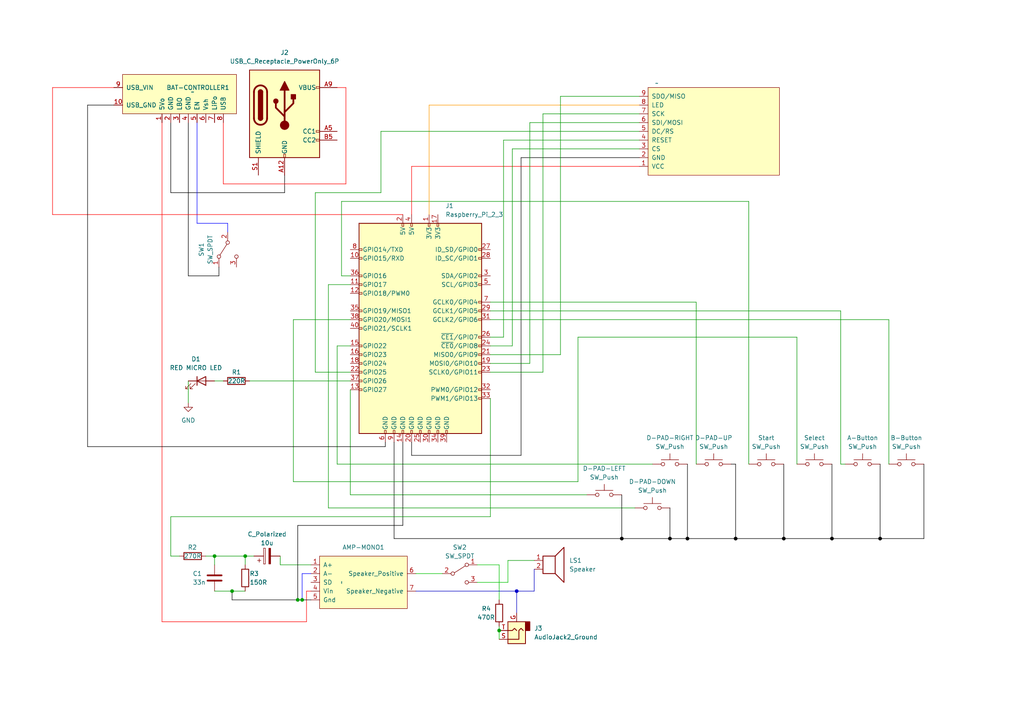
<source format=kicad_sch>
(kicad_sch (version 20230121) (generator eeschema)

  (uuid f61e4197-21e4-4edf-8dd6-8bcb19a06404)

  (paper "A4")

  (title_block
    (title "Raspberry Pi GameBoy Color")
    (date "2023-10-02")
    (rev "0")
  )

  (lib_symbols
    (symbol "Connector:Raspberry_Pi_2_3" (pin_names (offset 1.016)) (in_bom yes) (on_board yes)
      (property "Reference" "J" (at -17.78 31.75 0)
        (effects (font (size 1.27 1.27)) (justify left bottom))
      )
      (property "Value" "Raspberry_Pi_2_3" (at 10.16 -31.75 0)
        (effects (font (size 1.27 1.27)) (justify left top))
      )
      (property "Footprint" "" (at 0 0 0)
        (effects (font (size 1.27 1.27)) hide)
      )
      (property "Datasheet" "https://www.raspberrypi.org/documentation/hardware/raspberrypi/schematics/rpi_SCH_3bplus_1p0_reduced.pdf" (at 0 0 0)
        (effects (font (size 1.27 1.27)) hide)
      )
      (property "ki_keywords" "raspberrypi gpio" (at 0 0 0)
        (effects (font (size 1.27 1.27)) hide)
      )
      (property "ki_description" "expansion header for Raspberry Pi 2 & 3" (at 0 0 0)
        (effects (font (size 1.27 1.27)) hide)
      )
      (property "ki_fp_filters" "PinHeader*2x20*P2.54mm*Vertical* PinSocket*2x20*P2.54mm*Vertical*" (at 0 0 0)
        (effects (font (size 1.27 1.27)) hide)
      )
      (symbol "Raspberry_Pi_2_3_0_1"
        (rectangle (start -17.78 30.48) (end 17.78 -30.48)
          (stroke (width 0.254) (type default))
          (fill (type background))
        )
      )
      (symbol "Raspberry_Pi_2_3_1_1"
        (rectangle (start -16.891 -17.526) (end -17.78 -18.034)
          (stroke (width 0) (type default))
          (fill (type none))
        )
        (rectangle (start -16.891 -14.986) (end -17.78 -15.494)
          (stroke (width 0) (type default))
          (fill (type none))
        )
        (rectangle (start -16.891 -12.446) (end -17.78 -12.954)
          (stroke (width 0) (type default))
          (fill (type none))
        )
        (rectangle (start -16.891 -9.906) (end -17.78 -10.414)
          (stroke (width 0) (type default))
          (fill (type none))
        )
        (rectangle (start -16.891 -7.366) (end -17.78 -7.874)
          (stroke (width 0) (type default))
          (fill (type none))
        )
        (rectangle (start -16.891 -4.826) (end -17.78 -5.334)
          (stroke (width 0) (type default))
          (fill (type none))
        )
        (rectangle (start -16.891 0.254) (end -17.78 -0.254)
          (stroke (width 0) (type default))
          (fill (type none))
        )
        (rectangle (start -16.891 2.794) (end -17.78 2.286)
          (stroke (width 0) (type default))
          (fill (type none))
        )
        (rectangle (start -16.891 5.334) (end -17.78 4.826)
          (stroke (width 0) (type default))
          (fill (type none))
        )
        (rectangle (start -16.891 10.414) (end -17.78 9.906)
          (stroke (width 0) (type default))
          (fill (type none))
        )
        (rectangle (start -16.891 12.954) (end -17.78 12.446)
          (stroke (width 0) (type default))
          (fill (type none))
        )
        (rectangle (start -16.891 15.494) (end -17.78 14.986)
          (stroke (width 0) (type default))
          (fill (type none))
        )
        (rectangle (start -16.891 20.574) (end -17.78 20.066)
          (stroke (width 0) (type default))
          (fill (type none))
        )
        (rectangle (start -16.891 23.114) (end -17.78 22.606)
          (stroke (width 0) (type default))
          (fill (type none))
        )
        (rectangle (start -10.414 -29.591) (end -9.906 -30.48)
          (stroke (width 0) (type default))
          (fill (type none))
        )
        (rectangle (start -7.874 -29.591) (end -7.366 -30.48)
          (stroke (width 0) (type default))
          (fill (type none))
        )
        (rectangle (start -5.334 -29.591) (end -4.826 -30.48)
          (stroke (width 0) (type default))
          (fill (type none))
        )
        (rectangle (start -5.334 30.48) (end -4.826 29.591)
          (stroke (width 0) (type default))
          (fill (type none))
        )
        (rectangle (start -2.794 -29.591) (end -2.286 -30.48)
          (stroke (width 0) (type default))
          (fill (type none))
        )
        (rectangle (start -2.794 30.48) (end -2.286 29.591)
          (stroke (width 0) (type default))
          (fill (type none))
        )
        (rectangle (start -0.254 -29.591) (end 0.254 -30.48)
          (stroke (width 0) (type default))
          (fill (type none))
        )
        (rectangle (start 2.286 -29.591) (end 2.794 -30.48)
          (stroke (width 0) (type default))
          (fill (type none))
        )
        (rectangle (start 2.286 30.48) (end 2.794 29.591)
          (stroke (width 0) (type default))
          (fill (type none))
        )
        (rectangle (start 4.826 -29.591) (end 5.334 -30.48)
          (stroke (width 0) (type default))
          (fill (type none))
        )
        (rectangle (start 4.826 30.48) (end 5.334 29.591)
          (stroke (width 0) (type default))
          (fill (type none))
        )
        (rectangle (start 7.366 -29.591) (end 7.874 -30.48)
          (stroke (width 0) (type default))
          (fill (type none))
        )
        (rectangle (start 17.78 -20.066) (end 16.891 -20.574)
          (stroke (width 0) (type default))
          (fill (type none))
        )
        (rectangle (start 17.78 -17.526) (end 16.891 -18.034)
          (stroke (width 0) (type default))
          (fill (type none))
        )
        (rectangle (start 17.78 -12.446) (end 16.891 -12.954)
          (stroke (width 0) (type default))
          (fill (type none))
        )
        (rectangle (start 17.78 -9.906) (end 16.891 -10.414)
          (stroke (width 0) (type default))
          (fill (type none))
        )
        (rectangle (start 17.78 -7.366) (end 16.891 -7.874)
          (stroke (width 0) (type default))
          (fill (type none))
        )
        (rectangle (start 17.78 -4.826) (end 16.891 -5.334)
          (stroke (width 0) (type default))
          (fill (type none))
        )
        (rectangle (start 17.78 -2.286) (end 16.891 -2.794)
          (stroke (width 0) (type default))
          (fill (type none))
        )
        (rectangle (start 17.78 2.794) (end 16.891 2.286)
          (stroke (width 0) (type default))
          (fill (type none))
        )
        (rectangle (start 17.78 5.334) (end 16.891 4.826)
          (stroke (width 0) (type default))
          (fill (type none))
        )
        (rectangle (start 17.78 7.874) (end 16.891 7.366)
          (stroke (width 0) (type default))
          (fill (type none))
        )
        (rectangle (start 17.78 12.954) (end 16.891 12.446)
          (stroke (width 0) (type default))
          (fill (type none))
        )
        (rectangle (start 17.78 15.494) (end 16.891 14.986)
          (stroke (width 0) (type default))
          (fill (type none))
        )
        (rectangle (start 17.78 20.574) (end 16.891 20.066)
          (stroke (width 0) (type default))
          (fill (type none))
        )
        (rectangle (start 17.78 23.114) (end 16.891 22.606)
          (stroke (width 0) (type default))
          (fill (type none))
        )
        (pin power_in line (at 2.54 33.02 270) (length 2.54)
          (name "3V3" (effects (font (size 1.27 1.27))))
          (number "1" (effects (font (size 1.27 1.27))))
        )
        (pin bidirectional line (at -20.32 20.32 0) (length 2.54)
          (name "GPIO15/RXD" (effects (font (size 1.27 1.27))))
          (number "10" (effects (font (size 1.27 1.27))))
        )
        (pin bidirectional line (at -20.32 12.7 0) (length 2.54)
          (name "GPIO17" (effects (font (size 1.27 1.27))))
          (number "11" (effects (font (size 1.27 1.27))))
        )
        (pin bidirectional line (at -20.32 10.16 0) (length 2.54)
          (name "GPIO18/PWM0" (effects (font (size 1.27 1.27))))
          (number "12" (effects (font (size 1.27 1.27))))
        )
        (pin bidirectional line (at -20.32 -17.78 0) (length 2.54)
          (name "GPIO27" (effects (font (size 1.27 1.27))))
          (number "13" (effects (font (size 1.27 1.27))))
        )
        (pin power_in line (at -5.08 -33.02 90) (length 2.54)
          (name "GND" (effects (font (size 1.27 1.27))))
          (number "14" (effects (font (size 1.27 1.27))))
        )
        (pin bidirectional line (at -20.32 -5.08 0) (length 2.54)
          (name "GPIO22" (effects (font (size 1.27 1.27))))
          (number "15" (effects (font (size 1.27 1.27))))
        )
        (pin bidirectional line (at -20.32 -7.62 0) (length 2.54)
          (name "GPIO23" (effects (font (size 1.27 1.27))))
          (number "16" (effects (font (size 1.27 1.27))))
        )
        (pin power_in line (at 5.08 33.02 270) (length 2.54)
          (name "3V3" (effects (font (size 1.27 1.27))))
          (number "17" (effects (font (size 1.27 1.27))))
        )
        (pin bidirectional line (at -20.32 -10.16 0) (length 2.54)
          (name "GPIO24" (effects (font (size 1.27 1.27))))
          (number "18" (effects (font (size 1.27 1.27))))
        )
        (pin bidirectional line (at 20.32 -10.16 180) (length 2.54)
          (name "MOSI0/GPIO10" (effects (font (size 1.27 1.27))))
          (number "19" (effects (font (size 1.27 1.27))))
        )
        (pin power_in line (at -5.08 33.02 270) (length 2.54)
          (name "5V" (effects (font (size 1.27 1.27))))
          (number "2" (effects (font (size 1.27 1.27))))
        )
        (pin power_in line (at -2.54 -33.02 90) (length 2.54)
          (name "GND" (effects (font (size 1.27 1.27))))
          (number "20" (effects (font (size 1.27 1.27))))
        )
        (pin bidirectional line (at 20.32 -7.62 180) (length 2.54)
          (name "MISO0/GPIO9" (effects (font (size 1.27 1.27))))
          (number "21" (effects (font (size 1.27 1.27))))
        )
        (pin bidirectional line (at -20.32 -12.7 0) (length 2.54)
          (name "GPIO25" (effects (font (size 1.27 1.27))))
          (number "22" (effects (font (size 1.27 1.27))))
        )
        (pin bidirectional line (at 20.32 -12.7 180) (length 2.54)
          (name "SCLK0/GPIO11" (effects (font (size 1.27 1.27))))
          (number "23" (effects (font (size 1.27 1.27))))
        )
        (pin bidirectional line (at 20.32 -5.08 180) (length 2.54)
          (name "~{CE0}/GPIO8" (effects (font (size 1.27 1.27))))
          (number "24" (effects (font (size 1.27 1.27))))
        )
        (pin power_in line (at 0 -33.02 90) (length 2.54)
          (name "GND" (effects (font (size 1.27 1.27))))
          (number "25" (effects (font (size 1.27 1.27))))
        )
        (pin bidirectional line (at 20.32 -2.54 180) (length 2.54)
          (name "~{CE1}/GPIO7" (effects (font (size 1.27 1.27))))
          (number "26" (effects (font (size 1.27 1.27))))
        )
        (pin bidirectional line (at 20.32 22.86 180) (length 2.54)
          (name "ID_SD/GPIO0" (effects (font (size 1.27 1.27))))
          (number "27" (effects (font (size 1.27 1.27))))
        )
        (pin bidirectional line (at 20.32 20.32 180) (length 2.54)
          (name "ID_SC/GPIO1" (effects (font (size 1.27 1.27))))
          (number "28" (effects (font (size 1.27 1.27))))
        )
        (pin bidirectional line (at 20.32 5.08 180) (length 2.54)
          (name "GCLK1/GPIO5" (effects (font (size 1.27 1.27))))
          (number "29" (effects (font (size 1.27 1.27))))
        )
        (pin bidirectional line (at 20.32 15.24 180) (length 2.54)
          (name "SDA/GPIO2" (effects (font (size 1.27 1.27))))
          (number "3" (effects (font (size 1.27 1.27))))
        )
        (pin power_in line (at 2.54 -33.02 90) (length 2.54)
          (name "GND" (effects (font (size 1.27 1.27))))
          (number "30" (effects (font (size 1.27 1.27))))
        )
        (pin bidirectional line (at 20.32 2.54 180) (length 2.54)
          (name "GCLK2/GPIO6" (effects (font (size 1.27 1.27))))
          (number "31" (effects (font (size 1.27 1.27))))
        )
        (pin bidirectional line (at 20.32 -17.78 180) (length 2.54)
          (name "PWM0/GPIO12" (effects (font (size 1.27 1.27))))
          (number "32" (effects (font (size 1.27 1.27))))
        )
        (pin bidirectional line (at 20.32 -20.32 180) (length 2.54)
          (name "PWM1/GPIO13" (effects (font (size 1.27 1.27))))
          (number "33" (effects (font (size 1.27 1.27))))
        )
        (pin power_in line (at 5.08 -33.02 90) (length 2.54)
          (name "GND" (effects (font (size 1.27 1.27))))
          (number "34" (effects (font (size 1.27 1.27))))
        )
        (pin bidirectional line (at -20.32 5.08 0) (length 2.54)
          (name "GPIO19/MISO1" (effects (font (size 1.27 1.27))))
          (number "35" (effects (font (size 1.27 1.27))))
        )
        (pin bidirectional line (at -20.32 15.24 0) (length 2.54)
          (name "GPIO16" (effects (font (size 1.27 1.27))))
          (number "36" (effects (font (size 1.27 1.27))))
        )
        (pin bidirectional line (at -20.32 -15.24 0) (length 2.54)
          (name "GPIO26" (effects (font (size 1.27 1.27))))
          (number "37" (effects (font (size 1.27 1.27))))
        )
        (pin bidirectional line (at -20.32 2.54 0) (length 2.54)
          (name "GPIO20/MOSI1" (effects (font (size 1.27 1.27))))
          (number "38" (effects (font (size 1.27 1.27))))
        )
        (pin power_in line (at 7.62 -33.02 90) (length 2.54)
          (name "GND" (effects (font (size 1.27 1.27))))
          (number "39" (effects (font (size 1.27 1.27))))
        )
        (pin power_in line (at -2.54 33.02 270) (length 2.54)
          (name "5V" (effects (font (size 1.27 1.27))))
          (number "4" (effects (font (size 1.27 1.27))))
        )
        (pin bidirectional line (at -20.32 0 0) (length 2.54)
          (name "GPIO21/SCLK1" (effects (font (size 1.27 1.27))))
          (number "40" (effects (font (size 1.27 1.27))))
        )
        (pin bidirectional line (at 20.32 12.7 180) (length 2.54)
          (name "SCL/GPIO3" (effects (font (size 1.27 1.27))))
          (number "5" (effects (font (size 1.27 1.27))))
        )
        (pin power_in line (at -10.16 -33.02 90) (length 2.54)
          (name "GND" (effects (font (size 1.27 1.27))))
          (number "6" (effects (font (size 1.27 1.27))))
        )
        (pin bidirectional line (at 20.32 7.62 180) (length 2.54)
          (name "GCLK0/GPIO4" (effects (font (size 1.27 1.27))))
          (number "7" (effects (font (size 1.27 1.27))))
        )
        (pin bidirectional line (at -20.32 22.86 0) (length 2.54)
          (name "GPIO14/TXD" (effects (font (size 1.27 1.27))))
          (number "8" (effects (font (size 1.27 1.27))))
        )
        (pin power_in line (at -7.62 -33.02 90) (length 2.54)
          (name "GND" (effects (font (size 1.27 1.27))))
          (number "9" (effects (font (size 1.27 1.27))))
        )
      )
    )
    (symbol "Connector:USB_C_Receptacle_PowerOnly_6P" (pin_names (offset 1.016)) (in_bom yes) (on_board yes)
      (property "Reference" "J" (at 0 16.51 0)
        (effects (font (size 1.27 1.27)) (justify bottom))
      )
      (property "Value" "USB_C_Receptacle_PowerOnly_6P" (at 0 13.97 0)
        (effects (font (size 1.27 1.27)) (justify bottom))
      )
      (property "Footprint" "" (at 3.81 2.54 0)
        (effects (font (size 1.27 1.27)) hide)
      )
      (property "Datasheet" "https://www.usb.org/sites/default/files/documents/usb_type-c.zip" (at 0 0 0)
        (effects (font (size 1.27 1.27)) hide)
      )
      (property "ki_keywords" "usb universal serial bus type-C power-only charging-only 6P 6C" (at 0 0 0)
        (effects (font (size 1.27 1.27)) hide)
      )
      (property "ki_description" "USB Power-Only 6P Type-C Receptacle connector" (at 0 0 0)
        (effects (font (size 1.27 1.27)) hide)
      )
      (property "ki_fp_filters" "USB*C*Receptacle*" (at 0 0 0)
        (effects (font (size 1.27 1.27)) hide)
      )
      (symbol "USB_C_Receptacle_PowerOnly_6P_0_0"
        (rectangle (start -0.254 -12.7) (end 0.254 -11.684)
          (stroke (width 0) (type default))
          (fill (type none))
        )
        (rectangle (start 10.16 -7.366) (end 9.144 -7.874)
          (stroke (width 0) (type default))
          (fill (type none))
        )
        (rectangle (start 10.16 -4.826) (end 9.144 -5.334)
          (stroke (width 0) (type default))
          (fill (type none))
        )
        (rectangle (start 10.16 7.874) (end 9.144 7.366)
          (stroke (width 0) (type default))
          (fill (type none))
        )
      )
      (symbol "USB_C_Receptacle_PowerOnly_6P_0_1"
        (rectangle (start -10.16 12.7) (end 10.16 -12.7)
          (stroke (width 0.254) (type default))
          (fill (type background))
        )
        (arc (start -8.89 -1.27) (mid -6.985 -3.1667) (end -5.08 -1.27)
          (stroke (width 0.508) (type default))
          (fill (type none))
        )
        (arc (start -7.62 -1.27) (mid -6.985 -1.9023) (end -6.35 -1.27)
          (stroke (width 0.254) (type default))
          (fill (type none))
        )
        (arc (start -7.62 -1.27) (mid -6.985 -1.9023) (end -6.35 -1.27)
          (stroke (width 0.254) (type default))
          (fill (type outline))
        )
        (rectangle (start -7.62 -1.27) (end -6.35 6.35)
          (stroke (width 0.254) (type default))
          (fill (type outline))
        )
        (arc (start -6.35 6.35) (mid -6.985 6.9823) (end -7.62 6.35)
          (stroke (width 0.254) (type default))
          (fill (type none))
        )
        (arc (start -6.35 6.35) (mid -6.985 6.9823) (end -7.62 6.35)
          (stroke (width 0.254) (type default))
          (fill (type outline))
        )
        (arc (start -5.08 6.35) (mid -6.985 8.2467) (end -8.89 6.35)
          (stroke (width 0.508) (type default))
          (fill (type none))
        )
        (circle (center -2.54 3.683) (radius 0.635)
          (stroke (width 0.254) (type default))
          (fill (type outline))
        )
        (circle (center 0 -3.302) (radius 1.27)
          (stroke (width 0) (type default))
          (fill (type outline))
        )
        (polyline
          (pts
            (xy -8.89 -1.27)
            (xy -8.89 6.35)
          )
          (stroke (width 0.508) (type default))
          (fill (type none))
        )
        (polyline
          (pts
            (xy -5.08 6.35)
            (xy -5.08 -1.27)
          )
          (stroke (width 0.508) (type default))
          (fill (type none))
        )
        (polyline
          (pts
            (xy 0 -3.302)
            (xy 0 6.858)
          )
          (stroke (width 0.508) (type default))
          (fill (type none))
        )
        (polyline
          (pts
            (xy 0 -0.762)
            (xy -2.54 1.778)
            (xy -2.54 3.048)
          )
          (stroke (width 0.508) (type default))
          (fill (type none))
        )
        (polyline
          (pts
            (xy 0 0.508)
            (xy 2.54 3.048)
            (xy 2.54 4.318)
          )
          (stroke (width 0.508) (type default))
          (fill (type none))
        )
        (polyline
          (pts
            (xy -1.27 6.858)
            (xy 0 9.398)
            (xy 1.27 6.858)
            (xy -1.27 6.858)
          )
          (stroke (width 0.254) (type default))
          (fill (type outline))
        )
        (rectangle (start 1.905 4.318) (end 3.175 5.588)
          (stroke (width 0.254) (type default))
          (fill (type outline))
        )
      )
      (symbol "USB_C_Receptacle_PowerOnly_6P_1_1"
        (pin passive line (at 0 -17.78 90) (length 5.08)
          (name "GND" (effects (font (size 1.27 1.27))))
          (number "A12" (effects (font (size 1.27 1.27))))
        )
        (pin bidirectional line (at 15.24 -5.08 180) (length 5.08)
          (name "CC1" (effects (font (size 1.27 1.27))))
          (number "A5" (effects (font (size 1.27 1.27))))
        )
        (pin passive line (at 15.24 7.62 180) (length 5.08)
          (name "VBUS" (effects (font (size 1.27 1.27))))
          (number "A9" (effects (font (size 1.27 1.27))))
        )
        (pin passive line (at 0 -17.78 90) (length 5.08) hide
          (name "GND" (effects (font (size 1.27 1.27))))
          (number "B12" (effects (font (size 1.27 1.27))))
        )
        (pin bidirectional line (at 15.24 -7.62 180) (length 5.08)
          (name "CC2" (effects (font (size 1.27 1.27))))
          (number "B5" (effects (font (size 1.27 1.27))))
        )
        (pin passive line (at 15.24 7.62 180) (length 5.08) hide
          (name "VBUS" (effects (font (size 1.27 1.27))))
          (number "B9" (effects (font (size 1.27 1.27))))
        )
        (pin passive line (at -7.62 -17.78 90) (length 5.08)
          (name "SHIELD" (effects (font (size 1.27 1.27))))
          (number "S1" (effects (font (size 1.27 1.27))))
        )
      )
    )
    (symbol "Connector_Audio:AudioJack2_Ground" (in_bom yes) (on_board yes)
      (property "Reference" "J" (at 0 8.89 0)
        (effects (font (size 1.27 1.27)))
      )
      (property "Value" "AudioJack2_Ground" (at 0 6.35 0)
        (effects (font (size 1.27 1.27)))
      )
      (property "Footprint" "" (at 0 0 0)
        (effects (font (size 1.27 1.27)) hide)
      )
      (property "Datasheet" "~" (at 0 0 0)
        (effects (font (size 1.27 1.27)) hide)
      )
      (property "ki_keywords" "audio jack receptacle mono phone headphone TS connector" (at 0 0 0)
        (effects (font (size 1.27 1.27)) hide)
      )
      (property "ki_description" "Audio Jack, 2 Poles (Mono / TS), Grounded Sleeve" (at 0 0 0)
        (effects (font (size 1.27 1.27)) hide)
      )
      (property "ki_fp_filters" "Jack*" (at 0 0 0)
        (effects (font (size 1.27 1.27)) hide)
      )
      (symbol "AudioJack2_Ground_0_1"
        (rectangle (start -2.54 -2.54) (end -3.81 0)
          (stroke (width 0.254) (type default))
          (fill (type outline))
        )
        (polyline
          (pts
            (xy 0 0)
            (xy 0.635 -0.635)
            (xy 1.27 0)
            (xy 2.54 0)
          )
          (stroke (width 0.254) (type default))
          (fill (type none))
        )
        (polyline
          (pts
            (xy 2.54 2.54)
            (xy -0.635 2.54)
            (xy -0.635 0)
            (xy -1.27 -0.635)
            (xy -1.905 0)
          )
          (stroke (width 0.254) (type default))
          (fill (type none))
        )
        (rectangle (start 2.54 3.81) (end -2.54 -2.54)
          (stroke (width 0.254) (type default))
          (fill (type background))
        )
      )
      (symbol "AudioJack2_Ground_1_1"
        (pin passive line (at 0 -5.08 90) (length 2.54)
          (name "~" (effects (font (size 1.27 1.27))))
          (number "G" (effects (font (size 1.27 1.27))))
        )
        (pin passive line (at 5.08 2.54 180) (length 2.54)
          (name "~" (effects (font (size 1.27 1.27))))
          (number "S" (effects (font (size 1.27 1.27))))
        )
        (pin passive line (at 5.08 0 180) (length 2.54)
          (name "~" (effects (font (size 1.27 1.27))))
          (number "T" (effects (font (size 1.27 1.27))))
        )
      )
    )
    (symbol "Device:C" (pin_numbers hide) (pin_names (offset 0.254)) (in_bom yes) (on_board yes)
      (property "Reference" "C" (at 0.635 2.54 0)
        (effects (font (size 1.27 1.27)) (justify left))
      )
      (property "Value" "C" (at 0.635 -2.54 0)
        (effects (font (size 1.27 1.27)) (justify left))
      )
      (property "Footprint" "" (at 0.9652 -3.81 0)
        (effects (font (size 1.27 1.27)) hide)
      )
      (property "Datasheet" "~" (at 0 0 0)
        (effects (font (size 1.27 1.27)) hide)
      )
      (property "ki_keywords" "cap capacitor" (at 0 0 0)
        (effects (font (size 1.27 1.27)) hide)
      )
      (property "ki_description" "Unpolarized capacitor" (at 0 0 0)
        (effects (font (size 1.27 1.27)) hide)
      )
      (property "ki_fp_filters" "C_*" (at 0 0 0)
        (effects (font (size 1.27 1.27)) hide)
      )
      (symbol "C_0_1"
        (polyline
          (pts
            (xy -2.032 -0.762)
            (xy 2.032 -0.762)
          )
          (stroke (width 0.508) (type default))
          (fill (type none))
        )
        (polyline
          (pts
            (xy -2.032 0.762)
            (xy 2.032 0.762)
          )
          (stroke (width 0.508) (type default))
          (fill (type none))
        )
      )
      (symbol "C_1_1"
        (pin passive line (at 0 3.81 270) (length 2.794)
          (name "~" (effects (font (size 1.27 1.27))))
          (number "1" (effects (font (size 1.27 1.27))))
        )
        (pin passive line (at 0 -3.81 90) (length 2.794)
          (name "~" (effects (font (size 1.27 1.27))))
          (number "2" (effects (font (size 1.27 1.27))))
        )
      )
    )
    (symbol "Device:C_Polarized" (pin_numbers hide) (pin_names (offset 0.254)) (in_bom yes) (on_board yes)
      (property "Reference" "C" (at 0.635 2.54 0)
        (effects (font (size 1.27 1.27)) (justify left))
      )
      (property "Value" "C_Polarized" (at 0.635 -2.54 0)
        (effects (font (size 1.27 1.27)) (justify left))
      )
      (property "Footprint" "" (at 0.9652 -3.81 0)
        (effects (font (size 1.27 1.27)) hide)
      )
      (property "Datasheet" "~" (at 0 0 0)
        (effects (font (size 1.27 1.27)) hide)
      )
      (property "ki_keywords" "cap capacitor" (at 0 0 0)
        (effects (font (size 1.27 1.27)) hide)
      )
      (property "ki_description" "Polarized capacitor" (at 0 0 0)
        (effects (font (size 1.27 1.27)) hide)
      )
      (property "ki_fp_filters" "CP_*" (at 0 0 0)
        (effects (font (size 1.27 1.27)) hide)
      )
      (symbol "C_Polarized_0_1"
        (rectangle (start -2.286 0.508) (end 2.286 1.016)
          (stroke (width 0) (type default))
          (fill (type none))
        )
        (polyline
          (pts
            (xy -1.778 2.286)
            (xy -0.762 2.286)
          )
          (stroke (width 0) (type default))
          (fill (type none))
        )
        (polyline
          (pts
            (xy -1.27 2.794)
            (xy -1.27 1.778)
          )
          (stroke (width 0) (type default))
          (fill (type none))
        )
        (rectangle (start 2.286 -0.508) (end -2.286 -1.016)
          (stroke (width 0) (type default))
          (fill (type outline))
        )
      )
      (symbol "C_Polarized_1_1"
        (pin passive line (at 0 3.81 270) (length 2.794)
          (name "~" (effects (font (size 1.27 1.27))))
          (number "1" (effects (font (size 1.27 1.27))))
        )
        (pin passive line (at 0 -3.81 90) (length 2.794)
          (name "~" (effects (font (size 1.27 1.27))))
          (number "2" (effects (font (size 1.27 1.27))))
        )
      )
    )
    (symbol "Device:LED" (pin_numbers hide) (pin_names (offset 1.016) hide) (in_bom yes) (on_board yes)
      (property "Reference" "D" (at 0 2.54 0)
        (effects (font (size 1.27 1.27)))
      )
      (property "Value" "LED" (at 0 -2.54 0)
        (effects (font (size 1.27 1.27)))
      )
      (property "Footprint" "" (at 0 0 0)
        (effects (font (size 1.27 1.27)) hide)
      )
      (property "Datasheet" "~" (at 0 0 0)
        (effects (font (size 1.27 1.27)) hide)
      )
      (property "ki_keywords" "LED diode" (at 0 0 0)
        (effects (font (size 1.27 1.27)) hide)
      )
      (property "ki_description" "Light emitting diode" (at 0 0 0)
        (effects (font (size 1.27 1.27)) hide)
      )
      (property "ki_fp_filters" "LED* LED_SMD:* LED_THT:*" (at 0 0 0)
        (effects (font (size 1.27 1.27)) hide)
      )
      (symbol "LED_0_1"
        (polyline
          (pts
            (xy -1.27 -1.27)
            (xy -1.27 1.27)
          )
          (stroke (width 0.254) (type default))
          (fill (type none))
        )
        (polyline
          (pts
            (xy -1.27 0)
            (xy 1.27 0)
          )
          (stroke (width 0) (type default))
          (fill (type none))
        )
        (polyline
          (pts
            (xy 1.27 -1.27)
            (xy 1.27 1.27)
            (xy -1.27 0)
            (xy 1.27 -1.27)
          )
          (stroke (width 0.254) (type default))
          (fill (type none))
        )
        (polyline
          (pts
            (xy -3.048 -0.762)
            (xy -4.572 -2.286)
            (xy -3.81 -2.286)
            (xy -4.572 -2.286)
            (xy -4.572 -1.524)
          )
          (stroke (width 0) (type default))
          (fill (type none))
        )
        (polyline
          (pts
            (xy -1.778 -0.762)
            (xy -3.302 -2.286)
            (xy -2.54 -2.286)
            (xy -3.302 -2.286)
            (xy -3.302 -1.524)
          )
          (stroke (width 0) (type default))
          (fill (type none))
        )
      )
      (symbol "LED_1_1"
        (pin passive line (at -3.81 0 0) (length 2.54)
          (name "K" (effects (font (size 1.27 1.27))))
          (number "1" (effects (font (size 1.27 1.27))))
        )
        (pin passive line (at 3.81 0 180) (length 2.54)
          (name "A" (effects (font (size 1.27 1.27))))
          (number "2" (effects (font (size 1.27 1.27))))
        )
      )
    )
    (symbol "Device:R" (pin_numbers hide) (pin_names (offset 0)) (in_bom yes) (on_board yes)
      (property "Reference" "R" (at 2.032 0 90)
        (effects (font (size 1.27 1.27)))
      )
      (property "Value" "R" (at 0 0 90)
        (effects (font (size 1.27 1.27)))
      )
      (property "Footprint" "" (at -1.778 0 90)
        (effects (font (size 1.27 1.27)) hide)
      )
      (property "Datasheet" "~" (at 0 0 0)
        (effects (font (size 1.27 1.27)) hide)
      )
      (property "ki_keywords" "R res resistor" (at 0 0 0)
        (effects (font (size 1.27 1.27)) hide)
      )
      (property "ki_description" "Resistor" (at 0 0 0)
        (effects (font (size 1.27 1.27)) hide)
      )
      (property "ki_fp_filters" "R_*" (at 0 0 0)
        (effects (font (size 1.27 1.27)) hide)
      )
      (symbol "R_0_1"
        (rectangle (start -1.016 -2.54) (end 1.016 2.54)
          (stroke (width 0.254) (type default))
          (fill (type none))
        )
      )
      (symbol "R_1_1"
        (pin passive line (at 0 3.81 270) (length 1.27)
          (name "~" (effects (font (size 1.27 1.27))))
          (number "1" (effects (font (size 1.27 1.27))))
        )
        (pin passive line (at 0 -3.81 90) (length 1.27)
          (name "~" (effects (font (size 1.27 1.27))))
          (number "2" (effects (font (size 1.27 1.27))))
        )
      )
    )
    (symbol "Device:Speaker" (pin_names (offset 0) hide) (in_bom yes) (on_board yes)
      (property "Reference" "LS" (at 1.27 5.715 0)
        (effects (font (size 1.27 1.27)) (justify right))
      )
      (property "Value" "Speaker" (at 1.27 3.81 0)
        (effects (font (size 1.27 1.27)) (justify right))
      )
      (property "Footprint" "" (at 0 -5.08 0)
        (effects (font (size 1.27 1.27)) hide)
      )
      (property "Datasheet" "~" (at -0.254 -1.27 0)
        (effects (font (size 1.27 1.27)) hide)
      )
      (property "ki_keywords" "speaker sound" (at 0 0 0)
        (effects (font (size 1.27 1.27)) hide)
      )
      (property "ki_description" "Speaker" (at 0 0 0)
        (effects (font (size 1.27 1.27)) hide)
      )
      (symbol "Speaker_0_0"
        (rectangle (start -2.54 1.27) (end 1.016 -3.81)
          (stroke (width 0.254) (type default))
          (fill (type none))
        )
        (polyline
          (pts
            (xy 1.016 1.27)
            (xy 3.556 3.81)
            (xy 3.556 -6.35)
            (xy 1.016 -3.81)
          )
          (stroke (width 0.254) (type default))
          (fill (type none))
        )
      )
      (symbol "Speaker_1_1"
        (pin input line (at -5.08 0 0) (length 2.54)
          (name "1" (effects (font (size 1.27 1.27))))
          (number "1" (effects (font (size 1.27 1.27))))
        )
        (pin input line (at -5.08 -2.54 0) (length 2.54)
          (name "2" (effects (font (size 1.27 1.27))))
          (number "2" (effects (font (size 1.27 1.27))))
        )
      )
    )
    (symbol "GAMEBOY PARTS LIBRARY:Adafruit_D_Class_Amp_MONO" (pin_names (offset 1)) (in_bom yes) (on_board yes)
      (property "Reference" "AMP-MONO" (at 0 0 90)
        (effects (font (size 1.27 1.27)))
      )
      (property "Value" "" (at 0 0 90)
        (effects (font (size 1.27 1.27)))
      )
      (property "Footprint" "" (at 0 0 90)
        (effects (font (size 1.27 1.27)) hide)
      )
      (property "Datasheet" "" (at 0 0 90)
        (effects (font (size 1.27 1.27)) hide)
      )
      (symbol "Adafruit_D_Class_Amp_MONO_1_1"
        (rectangle (start -6.35 7.62) (end 19.05 -7.62)
          (stroke (width 0) (type default))
          (fill (type background))
        )
        (pin input line (at -8.89 5.08 0) (length 2.54)
          (name "A+" (effects (font (size 1.27 1.27))))
          (number "1" (effects (font (size 1.27 1.27))))
        )
        (pin input line (at -8.89 2.54 0) (length 2.54)
          (name "A-" (effects (font (size 1.27 1.27))))
          (number "2" (effects (font (size 1.27 1.27))))
        )
        (pin input line (at -8.89 0 0) (length 2.54)
          (name "SD" (effects (font (size 1.27 1.27))))
          (number "3" (effects (font (size 1.27 1.27))))
        )
        (pin input line (at -8.89 -2.54 0) (length 2.54)
          (name "Vin" (effects (font (size 1.27 1.27))))
          (number "4" (effects (font (size 1.27 1.27))))
        )
        (pin bidirectional line (at -8.89 -5.08 0) (length 2.54)
          (name "Gnd" (effects (font (size 1.27 1.27))))
          (number "5" (effects (font (size 1.27 1.27))))
        )
        (pin output line (at 21.59 2.54 180) (length 2.54)
          (name "Speaker_Positive" (effects (font (size 1.27 1.27))))
          (number "6" (effects (font (size 1.27 1.27))))
        )
        (pin output line (at 21.59 -2.54 180) (length 2.54)
          (name "Speaker_Negative" (effects (font (size 1.27 1.27))))
          (number "7" (effects (font (size 1.27 1.27))))
        )
      )
    )
    (symbol "GAMEBOY PARTS LIBRARY:adafruit_power_boost_1000" (pin_names (offset 1)) (in_bom yes) (on_board yes)
      (property "Reference" "BAT-CONTROLLER" (at 6.35 3.81 0)
        (effects (font (size 1.27 1.27)))
      )
      (property "Value" "" (at 3.81 1.27 0)
        (effects (font (size 1.27 1.27)))
      )
      (property "Footprint" "" (at 3.81 1.27 0)
        (effects (font (size 1.27 1.27)) hide)
      )
      (property "Datasheet" "" (at 3.81 1.27 0)
        (effects (font (size 1.27 1.27)) hide)
      )
      (symbol "adafruit_power_boost_1000_1_1"
        (rectangle (start -16.51 6.35) (end 16.51 -5.08)
          (stroke (width 0) (type default))
          (fill (type background))
        )
        (pin power_out line (at -5.08 -7.62 90) (length 2.54)
          (name "5Vo" (effects (font (size 1.27 1.27))))
          (number "1" (effects (font (size 1.27 1.27))))
        )
        (pin bidirectional line (at -19.05 -2.54 0) (length 2.54)
          (name "USB_GND" (effects (font (size 1.27 1.27))))
          (number "10" (effects (font (size 1.27 1.27))))
        )
        (pin bidirectional line (at -2.54 -7.62 90) (length 2.54)
          (name "GND" (effects (font (size 1.27 1.27))))
          (number "2" (effects (font (size 1.27 1.27))))
        )
        (pin output line (at 0 -7.62 90) (length 2.54)
          (name "LBO" (effects (font (size 1.27 1.27))))
          (number "3" (effects (font (size 1.27 1.27))))
        )
        (pin bidirectional line (at 2.54 -7.62 90) (length 2.54)
          (name "GND" (effects (font (size 1.27 1.27))))
          (number "4" (effects (font (size 1.27 1.27))))
        )
        (pin output line (at 5.08 -7.62 90) (length 2.54)
          (name "EN" (effects (font (size 1.27 1.27))))
          (number "5" (effects (font (size 1.27 1.27))))
        )
        (pin output line (at 7.62 -7.62 90) (length 2.54)
          (name "Vsh" (effects (font (size 1.27 1.27))))
          (number "6" (effects (font (size 1.27 1.27))))
        )
        (pin bidirectional line (at 10.16 -7.62 90) (length 2.54)
          (name "LiPo" (effects (font (size 1.27 1.27))))
          (number "7" (effects (font (size 1.27 1.27))))
        )
        (pin power_out line (at 12.7 -7.62 90) (length 2.54)
          (name "USB" (effects (font (size 1.27 1.27))))
          (number "8" (effects (font (size 1.27 1.27))))
        )
        (pin power_out line (at -19.05 2.54 0) (length 2.54)
          (name "USB_VIN" (effects (font (size 1.27 1.27))))
          (number "9" (effects (font (size 1.27 1.27))))
        )
      )
    )
    (symbol "GAMEBOY PARTS LIBRARY:ili9341_LCD_Display" (pin_names (offset 1)) (in_bom yes) (on_board yes)
      (property "Reference" "ili9341" (at 26.67 -3.81 0)
        (effects (font (size 1.27 1.27)))
      )
      (property "Value" "" (at 0 0 0)
        (effects (font (size 1.27 1.27)))
      )
      (property "Footprint" "" (at 0 0 0)
        (effects (font (size 1.27 1.27)) hide)
      )
      (property "Datasheet" "" (at 0 0 0)
        (effects (font (size 1.27 1.27)) hide)
      )
      (symbol "ili9341_LCD_Display_1_1"
        (rectangle (start -2.54 -1.27) (end 35.56 -26.67)
          (stroke (width 0) (type default))
          (fill (type background))
        )
        (pin power_in line (at -5.08 -24.13 0) (length 2.54)
          (name "VCC" (effects (font (size 1.27 1.27))))
          (number "1" (effects (font (size 1.27 1.27))))
        )
        (pin input line (at -5.08 -21.59 0) (length 2.54)
          (name "GND" (effects (font (size 1.27 1.27))))
          (number "2" (effects (font (size 1.27 1.27))))
        )
        (pin input line (at -5.08 -19.05 0) (length 2.54)
          (name "CS" (effects (font (size 1.27 1.27))))
          (number "3" (effects (font (size 1.27 1.27))))
        )
        (pin input line (at -5.08 -16.51 0) (length 2.54)
          (name "RESET" (effects (font (size 1.27 1.27))))
          (number "4" (effects (font (size 1.27 1.27))))
        )
        (pin input line (at -5.08 -13.97 0) (length 2.54)
          (name "DC/RS" (effects (font (size 1.27 1.27))))
          (number "5" (effects (font (size 1.27 1.27))))
        )
        (pin input line (at -5.08 -11.43 0) (length 2.54)
          (name "SDI/MOSI" (effects (font (size 1.27 1.27))))
          (number "6" (effects (font (size 1.27 1.27))))
        )
        (pin input line (at -5.08 -8.89 0) (length 2.54)
          (name "SCK" (effects (font (size 1.27 1.27))))
          (number "7" (effects (font (size 1.27 1.27))))
        )
        (pin power_in line (at -5.08 -6.35 0) (length 2.54)
          (name "LED" (effects (font (size 1.27 1.27))))
          (number "8" (effects (font (size 1.27 1.27))))
        )
        (pin input line (at -5.08 -3.81 0) (length 2.54)
          (name "SDO/MISO" (effects (font (size 1.27 1.27))))
          (number "9" (effects (font (size 1.27 1.27))))
        )
      )
    )
    (symbol "Switch:SW_Push" (pin_numbers hide) (pin_names (offset 1.016) hide) (in_bom yes) (on_board yes)
      (property "Reference" "SW" (at 1.27 2.54 0)
        (effects (font (size 1.27 1.27)) (justify left))
      )
      (property "Value" "SW_Push" (at 0 -1.524 0)
        (effects (font (size 1.27 1.27)))
      )
      (property "Footprint" "" (at 0 5.08 0)
        (effects (font (size 1.27 1.27)) hide)
      )
      (property "Datasheet" "~" (at 0 5.08 0)
        (effects (font (size 1.27 1.27)) hide)
      )
      (property "ki_keywords" "switch normally-open pushbutton push-button" (at 0 0 0)
        (effects (font (size 1.27 1.27)) hide)
      )
      (property "ki_description" "Push button switch, generic, two pins" (at 0 0 0)
        (effects (font (size 1.27 1.27)) hide)
      )
      (symbol "SW_Push_0_1"
        (circle (center -2.032 0) (radius 0.508)
          (stroke (width 0) (type default))
          (fill (type none))
        )
        (polyline
          (pts
            (xy 0 1.27)
            (xy 0 3.048)
          )
          (stroke (width 0) (type default))
          (fill (type none))
        )
        (polyline
          (pts
            (xy 2.54 1.27)
            (xy -2.54 1.27)
          )
          (stroke (width 0) (type default))
          (fill (type none))
        )
        (circle (center 2.032 0) (radius 0.508)
          (stroke (width 0) (type default))
          (fill (type none))
        )
        (pin passive line (at -5.08 0 0) (length 2.54)
          (name "1" (effects (font (size 1.27 1.27))))
          (number "1" (effects (font (size 1.27 1.27))))
        )
        (pin passive line (at 5.08 0 180) (length 2.54)
          (name "2" (effects (font (size 1.27 1.27))))
          (number "2" (effects (font (size 1.27 1.27))))
        )
      )
    )
    (symbol "Switch:SW_SPDT" (pin_names (offset 0) hide) (in_bom yes) (on_board yes)
      (property "Reference" "SW" (at 0 4.318 0)
        (effects (font (size 1.27 1.27)))
      )
      (property "Value" "SW_SPDT" (at 0 -5.08 0)
        (effects (font (size 1.27 1.27)))
      )
      (property "Footprint" "" (at 0 0 0)
        (effects (font (size 1.27 1.27)) hide)
      )
      (property "Datasheet" "~" (at 0 0 0)
        (effects (font (size 1.27 1.27)) hide)
      )
      (property "ki_keywords" "switch single-pole double-throw spdt ON-ON" (at 0 0 0)
        (effects (font (size 1.27 1.27)) hide)
      )
      (property "ki_description" "Switch, single pole double throw" (at 0 0 0)
        (effects (font (size 1.27 1.27)) hide)
      )
      (symbol "SW_SPDT_0_0"
        (circle (center -2.032 0) (radius 0.508)
          (stroke (width 0) (type default))
          (fill (type none))
        )
        (circle (center 2.032 -2.54) (radius 0.508)
          (stroke (width 0) (type default))
          (fill (type none))
        )
      )
      (symbol "SW_SPDT_0_1"
        (polyline
          (pts
            (xy -1.524 0.254)
            (xy 1.651 2.286)
          )
          (stroke (width 0) (type default))
          (fill (type none))
        )
        (circle (center 2.032 2.54) (radius 0.508)
          (stroke (width 0) (type default))
          (fill (type none))
        )
      )
      (symbol "SW_SPDT_1_1"
        (pin passive line (at 5.08 2.54 180) (length 2.54)
          (name "A" (effects (font (size 1.27 1.27))))
          (number "1" (effects (font (size 1.27 1.27))))
        )
        (pin passive line (at -5.08 0 0) (length 2.54)
          (name "B" (effects (font (size 1.27 1.27))))
          (number "2" (effects (font (size 1.27 1.27))))
        )
        (pin passive line (at 5.08 -2.54 180) (length 2.54)
          (name "C" (effects (font (size 1.27 1.27))))
          (number "3" (effects (font (size 1.27 1.27))))
        )
      )
    )
    (symbol "power:GND" (power) (pin_names (offset 0)) (in_bom yes) (on_board yes)
      (property "Reference" "#PWR" (at 0 -6.35 0)
        (effects (font (size 1.27 1.27)) hide)
      )
      (property "Value" "GND" (at 0 -3.81 0)
        (effects (font (size 1.27 1.27)))
      )
      (property "Footprint" "" (at 0 0 0)
        (effects (font (size 1.27 1.27)) hide)
      )
      (property "Datasheet" "" (at 0 0 0)
        (effects (font (size 1.27 1.27)) hide)
      )
      (property "ki_keywords" "global power" (at 0 0 0)
        (effects (font (size 1.27 1.27)) hide)
      )
      (property "ki_description" "Power symbol creates a global label with name \"GND\" , ground" (at 0 0 0)
        (effects (font (size 1.27 1.27)) hide)
      )
      (symbol "GND_0_1"
        (polyline
          (pts
            (xy 0 0)
            (xy 0 -1.27)
            (xy 1.27 -1.27)
            (xy 0 -2.54)
            (xy -1.27 -1.27)
            (xy 0 -1.27)
          )
          (stroke (width 0) (type default))
          (fill (type none))
        )
      )
      (symbol "GND_1_1"
        (pin power_in line (at 0 0 270) (length 0) hide
          (name "GND" (effects (font (size 1.27 1.27))))
          (number "1" (effects (font (size 1.27 1.27))))
        )
      )
    )
  )

  (junction (at 227.33 156.21) (diameter 0) (color 0 0 0 1)
    (uuid 0760da1f-8e87-4ce5-8ff2-15239d937682)
  )
  (junction (at 87.63 173.99) (diameter 0) (color 0 0 0 0)
    (uuid 1264bf09-bf19-4ab8-97c4-0600e4dcd8b4)
  )
  (junction (at 67.31 171.45) (diameter 0) (color 0 0 0 0)
    (uuid 1cfe36f6-e473-44e7-9f79-c56b3a913935)
  )
  (junction (at 199.39 156.21) (diameter 0) (color 0 0 0 1)
    (uuid 2ebf2528-4822-4683-b8a4-193ff070802f)
  )
  (junction (at 194.31 156.21) (diameter 0) (color 0 0 0 1)
    (uuid 2ffa3767-d1a4-49ff-9309-9ee8e897937d)
  )
  (junction (at 144.78 182.88) (diameter 0) (color 0 0 0 0)
    (uuid 38ab421b-f0b0-4122-ab91-a13ff1ad691d)
  )
  (junction (at 149.86 171.45) (diameter 0) (color 0 0 194 1)
    (uuid 55d613b7-8f35-45eb-8093-f08bc8434d38)
  )
  (junction (at 213.36 156.21) (diameter 0) (color 0 0 0 1)
    (uuid 58b3efb4-09c0-471d-8ad3-e421339b8c70)
  )
  (junction (at 86.36 173.99) (diameter 0) (color 0 0 0 0)
    (uuid 5e40cdcd-668e-4728-b3c0-9cc6ca49f627)
  )
  (junction (at 241.3 156.21) (diameter 0) (color 0 0 0 1)
    (uuid 6b40df16-86e6-4665-98ff-f4512f88feb6)
  )
  (junction (at 62.23 161.29) (diameter 0) (color 0 0 0 0)
    (uuid 6ebc6387-5225-4980-8ca5-bc0ae7e07325)
  )
  (junction (at 71.12 161.29) (diameter 0) (color 0 0 0 0)
    (uuid 6fc5cd4a-aca6-40a8-bf1f-1fac1f8fcc1d)
  )
  (junction (at 255.27 156.21) (diameter 0) (color 0 0 0 1)
    (uuid aed99ca5-d448-438c-b70b-9af8b73a7d81)
  )
  (junction (at 180.34 156.21) (diameter 0) (color 0 0 0 1)
    (uuid e559912f-4d1d-4e14-8248-f8592ed5f464)
  )

  (wire (pts (xy 142.24 115.57) (xy 142.24 149.86))
    (stroke (width 0) (type default))
    (uuid 003f000c-3acc-4c91-9452-5097570388a7)
  )
  (wire (pts (xy 153.67 35.56) (xy 153.67 105.41))
    (stroke (width 0) (type default))
    (uuid 05721322-9ff8-4843-896b-ee2e6aa35a9c)
  )
  (wire (pts (xy 213.36 134.62) (xy 213.36 156.21))
    (stroke (width 0) (type default) (color 0 0 0 1))
    (uuid 0702e7bb-9660-4e8c-a962-aa078420768c)
  )
  (wire (pts (xy 148.59 43.18) (xy 148.59 100.33))
    (stroke (width 0) (type default))
    (uuid 07490ab7-d424-47f0-a6bd-21152d0051ff)
  )
  (wire (pts (xy 15.24 62.23) (xy 15.24 25.4))
    (stroke (width 0) (type default) (color 255 0 0 1))
    (uuid 07fa38b1-f3a5-44e2-b474-61726ff6fae6)
  )
  (wire (pts (xy 167.64 139.7) (xy 167.64 97.79))
    (stroke (width 0) (type default))
    (uuid 0a91c7d0-82b5-4a69-8962-1f1b4ef4c70c)
  )
  (wire (pts (xy 144.78 163.83) (xy 144.78 173.99))
    (stroke (width 0) (type default) (color 0 194 0 1))
    (uuid 0b0efd77-4462-42a2-aab6-f96453c20167)
  )
  (wire (pts (xy 162.56 102.87) (xy 162.56 27.94))
    (stroke (width 0) (type default))
    (uuid 0bbc611b-e5c2-4d67-b78c-126fe078a575)
  )
  (wire (pts (xy 194.31 156.21) (xy 194.31 147.32))
    (stroke (width 0) (type default) (color 0 0 0 1))
    (uuid 0f065ce2-8c81-440a-97ec-c984fc4b091e)
  )
  (wire (pts (xy 62.23 161.29) (xy 59.69 161.29))
    (stroke (width 0) (type default))
    (uuid 0f2a39d0-8a8d-4658-9055-93277a17d2cf)
  )
  (wire (pts (xy 110.49 38.1) (xy 185.42 38.1))
    (stroke (width 0) (type default))
    (uuid 0f2aa048-8d69-4736-a599-21d80b630dac)
  )
  (wire (pts (xy 162.56 27.94) (xy 185.42 27.94))
    (stroke (width 0) (type default))
    (uuid 10e84c73-bfb2-4bd4-97aa-47c57cdb36fb)
  )
  (wire (pts (xy 142.24 87.63) (xy 201.93 87.63))
    (stroke (width 0) (type default))
    (uuid 11e34bbb-3e57-4936-9806-2644ca780891)
  )
  (wire (pts (xy 138.43 163.83) (xy 144.78 163.83))
    (stroke (width 0) (type default) (color 0 194 0 1))
    (uuid 15a6e375-a5c9-44e9-b3e2-4a2c01d47190)
  )
  (wire (pts (xy 64.77 53.34) (xy 100.33 53.34))
    (stroke (width 0) (type default) (color 255 0 0 1))
    (uuid 176a50e3-ce1f-4f89-b63a-e8c7da047d0c)
  )
  (wire (pts (xy 91.44 107.95) (xy 101.6 107.95))
    (stroke (width 0) (type default))
    (uuid 17e1c5c5-d333-4e61-a2c0-c7e4d39a315c)
  )
  (wire (pts (xy 49.53 55.88) (xy 49.53 35.56))
    (stroke (width 0) (type default) (color 0 0 0 1))
    (uuid 181ee4a6-8268-4a2f-bb97-d1af1d5c07c1)
  )
  (wire (pts (xy 90.17 173.99) (xy 87.63 173.99))
    (stroke (width 0) (type default) (color 0 0 0 1))
    (uuid 1985e5bd-ae51-4bad-921a-363800d8a366)
  )
  (wire (pts (xy 46.99 35.56) (xy 46.99 180.34))
    (stroke (width 0) (type default) (color 255 0 0 1))
    (uuid 1d08ebd3-b4fa-4ced-842a-2a507f4d61ff)
  )
  (wire (pts (xy 90.17 166.37) (xy 87.63 166.37))
    (stroke (width 0) (type default) (color 0 0 255 1))
    (uuid 20ca3592-37c7-4e71-b769-95669d6ea24f)
  )
  (wire (pts (xy 241.3 134.62) (xy 241.3 156.21))
    (stroke (width 0) (type default) (color 0 0 0 1))
    (uuid 215891a8-f374-46a0-b7d9-1fbff83c8e18)
  )
  (wire (pts (xy 245.11 134.62) (xy 243.84 134.62))
    (stroke (width 0) (type default))
    (uuid 218a7e12-2c85-4534-96c1-cf8e2afa7489)
  )
  (wire (pts (xy 95.25 147.32) (xy 184.15 147.32))
    (stroke (width 0) (type default))
    (uuid 22215d2d-2fa1-45dc-bf6c-458c7aadd28f)
  )
  (wire (pts (xy 88.9 180.34) (xy 46.99 180.34))
    (stroke (width 0) (type default) (color 255 0 0 1))
    (uuid 2277745a-9849-47d2-bac2-38690bba24e4)
  )
  (wire (pts (xy 101.6 82.55) (xy 95.25 82.55))
    (stroke (width 0) (type default))
    (uuid 235c8157-5282-4f11-88bd-2e171f1bbe92)
  )
  (wire (pts (xy 110.49 38.1) (xy 110.49 55.88))
    (stroke (width 0) (type default))
    (uuid 25a189ee-91ae-4b09-9360-18f98812dc22)
  )
  (wire (pts (xy 167.64 97.79) (xy 231.14 97.79))
    (stroke (width 0) (type default))
    (uuid 277af105-0772-4772-b920-053112d11698)
  )
  (wire (pts (xy 185.42 35.56) (xy 153.67 35.56))
    (stroke (width 0) (type default))
    (uuid 2810dbc9-6774-47bd-86e7-32f02d2a3f2f)
  )
  (wire (pts (xy 62.23 161.29) (xy 62.23 163.83))
    (stroke (width 0) (type default))
    (uuid 2bb961e4-1a56-42c3-bd55-f4e2a03d7a7d)
  )
  (wire (pts (xy 142.24 102.87) (xy 162.56 102.87))
    (stroke (width 0) (type default))
    (uuid 3158042e-b88b-450c-b3b7-bd2d0e2640db)
  )
  (wire (pts (xy 25.4 129.54) (xy 111.76 129.54))
    (stroke (width 0) (type default) (color 0 0 0 1))
    (uuid 3b9e8c4e-6bdf-4548-91a7-cc891e312ab8)
  )
  (wire (pts (xy 119.38 132.08) (xy 119.38 128.27))
    (stroke (width 0) (type default) (color 0 0 0 1))
    (uuid 3d2068fe-6047-4a2b-9acd-0720b393548b)
  )
  (wire (pts (xy 86.36 152.4) (xy 116.84 152.4))
    (stroke (width 0) (type default) (color 0 0 0 1))
    (uuid 40e3a2a8-bbaa-4e4d-8d18-6bb0a1888002)
  )
  (wire (pts (xy 114.3 128.27) (xy 114.3 156.21))
    (stroke (width 0) (type default) (color 0 0 0 1))
    (uuid 416c2adb-f717-4204-bc81-a929af46a6f8)
  )
  (wire (pts (xy 110.49 55.88) (xy 91.44 55.88))
    (stroke (width 0) (type default))
    (uuid 48488925-6a96-4a3f-8f41-6352e320328a)
  )
  (wire (pts (xy 99.06 80.01) (xy 99.06 58.42))
    (stroke (width 0) (type default))
    (uuid 49fc7389-6e01-4006-bfe6-02e16b52badd)
  )
  (wire (pts (xy 142.24 149.86) (xy 49.53 149.86))
    (stroke (width 0) (type default))
    (uuid 4b1facf3-9cbe-434c-8bc7-63549d07c513)
  )
  (wire (pts (xy 255.27 156.21) (xy 241.3 156.21))
    (stroke (width 0) (type default) (color 0 0 0 1))
    (uuid 4c7740cb-b68b-4166-8260-6aa2cc925fcd)
  )
  (wire (pts (xy 241.3 156.21) (xy 227.33 156.21))
    (stroke (width 0) (type default) (color 0 0 0 1))
    (uuid 4c9c7a11-6ecc-4126-bbcc-475086475c95)
  )
  (wire (pts (xy 86.36 152.4) (xy 86.36 173.99))
    (stroke (width 0) (type default) (color 0 0 0 1))
    (uuid 4cd1f653-d76f-4f97-b12c-8afe9ae9931a)
  )
  (wire (pts (xy 88.9 171.45) (xy 88.9 180.34))
    (stroke (width 0) (type default) (color 255 0 0 1))
    (uuid 4df9ac9c-1eb4-41f5-9672-401b319a5086)
  )
  (wire (pts (xy 255.27 156.21) (xy 267.97 156.21))
    (stroke (width 0) (type default) (color 0 0 0 1))
    (uuid 4f8af210-dfcf-45c5-bb42-c3fdc017ea70)
  )
  (wire (pts (xy 149.86 171.45) (xy 120.65 171.45))
    (stroke (width 0) (type default) (color 0 0 194 1))
    (uuid 515624b3-e135-4170-a900-aa4f6dc0ae2d)
  )
  (wire (pts (xy 146.05 40.64) (xy 146.05 97.79))
    (stroke (width 0) (type default))
    (uuid 5cb9c087-2cb9-464d-b4f6-53ff2c396c02)
  )
  (wire (pts (xy 101.6 113.03) (xy 101.6 143.51))
    (stroke (width 0) (type default))
    (uuid 5df0beec-9b51-4c2e-8610-f3bdfc88b582)
  )
  (wire (pts (xy 72.39 110.49) (xy 101.6 110.49))
    (stroke (width 0) (type default))
    (uuid 5dfffabb-79d6-4136-bd75-a30a00fa50a5)
  )
  (wire (pts (xy 71.12 161.29) (xy 73.66 161.29))
    (stroke (width 0) (type default))
    (uuid 5edefd47-f0a4-42a3-bc0a-57af165a065b)
  )
  (wire (pts (xy 116.84 152.4) (xy 116.84 128.27))
    (stroke (width 0) (type default) (color 0 0 0 1))
    (uuid 637e96bb-18b2-4a29-b707-29cf877d61bf)
  )
  (wire (pts (xy 62.23 161.29) (xy 71.12 161.29))
    (stroke (width 0) (type default))
    (uuid 658e744a-fcd7-4fe6-8b50-df07990f7f68)
  )
  (wire (pts (xy 154.94 171.45) (xy 149.86 171.45))
    (stroke (width 0) (type default) (color 0 0 194 1))
    (uuid 66d384bc-96d2-4a6d-95c4-8bf5e1b70b79)
  )
  (wire (pts (xy 146.05 97.79) (xy 142.24 97.79))
    (stroke (width 0) (type default))
    (uuid 66e444bf-e800-492b-99c6-54e2dd1dfdd6)
  )
  (wire (pts (xy 119.38 48.26) (xy 119.38 62.23))
    (stroke (width 0) (type default) (color 255 0 0 1))
    (uuid 67a08644-6979-44eb-85fe-23a39e6986c9)
  )
  (wire (pts (xy 120.65 166.37) (xy 128.27 166.37))
    (stroke (width 0) (type default) (color 0 194 0 1))
    (uuid 68ef3ad6-4dba-489f-823a-7be71f9cd45c)
  )
  (wire (pts (xy 66.04 64.77) (xy 66.04 67.31))
    (stroke (width 0) (type default) (color 0 0 255 1))
    (uuid 6da54e1c-8920-45fe-8fa3-6aa00d014b7a)
  )
  (wire (pts (xy 57.15 64.77) (xy 57.15 35.56))
    (stroke (width 0) (type default) (color 0 0 255 1))
    (uuid 6e439f8c-4932-4834-aa42-9f38ceed91d0)
  )
  (wire (pts (xy 142.24 90.17) (xy 243.84 90.17))
    (stroke (width 0) (type default))
    (uuid 706aca1e-e752-42e5-a3a6-33ad7d73a914)
  )
  (wire (pts (xy 62.23 171.45) (xy 67.31 171.45))
    (stroke (width 0) (type default))
    (uuid 71eb3cc1-a61d-41de-b5b8-d19d906903f9)
  )
  (wire (pts (xy 201.93 87.63) (xy 201.93 134.62))
    (stroke (width 0) (type default))
    (uuid 73b3dd5f-8f3c-4a39-9881-804df160e17a)
  )
  (wire (pts (xy 87.63 173.99) (xy 86.36 173.99))
    (stroke (width 0) (type default) (color 0 0 0 1))
    (uuid 79e5b094-ab10-403f-a975-fcd5340aecbf)
  )
  (wire (pts (xy 81.28 161.29) (xy 81.28 163.83))
    (stroke (width 0) (type default))
    (uuid 7bed922e-05ed-490d-ab2a-7a062407d2d5)
  )
  (wire (pts (xy 144.78 182.88) (xy 144.78 185.42))
    (stroke (width 0) (type default) (color 0 194 0 1))
    (uuid 80025cfa-e27c-4b1b-bd7f-cba9dd4addde)
  )
  (wire (pts (xy 180.34 156.21) (xy 194.31 156.21))
    (stroke (width 0) (type default) (color 0 0 0 1))
    (uuid 81237c0e-ede2-4e47-af7a-cfd0956d9d9e)
  )
  (wire (pts (xy 231.14 97.79) (xy 231.14 134.62))
    (stroke (width 0) (type default))
    (uuid 83daa424-1122-4d34-a915-42e8f540e1a5)
  )
  (wire (pts (xy 57.15 64.77) (xy 66.04 64.77))
    (stroke (width 0) (type default) (color 0 0 255 1))
    (uuid 8505c58b-54da-4675-a730-53cf762ef68f)
  )
  (wire (pts (xy 255.27 134.62) (xy 255.27 156.21))
    (stroke (width 0) (type default) (color 0 0 0 1))
    (uuid 877f14f4-88b7-457e-9c5f-2e196c1c298f)
  )
  (wire (pts (xy 85.09 92.71) (xy 101.6 92.71))
    (stroke (width 0) (type default))
    (uuid 8ae1ef06-7031-4631-85e6-fad4e20cc168)
  )
  (wire (pts (xy 185.42 40.64) (xy 146.05 40.64))
    (stroke (width 0) (type default))
    (uuid 8b263fb4-cf50-4422-bd76-87701db695e1)
  )
  (wire (pts (xy 149.86 171.45) (xy 149.86 177.8))
    (stroke (width 0) (type default) (color 0 0 194 1))
    (uuid 8c99f060-eb10-4a37-af4f-6d10d26c4d2b)
  )
  (wire (pts (xy 67.31 173.99) (xy 86.36 173.99))
    (stroke (width 0) (type default) (color 0 0 0 1))
    (uuid 8e577676-2985-4538-8b04-9566ed695162)
  )
  (wire (pts (xy 227.33 156.21) (xy 227.33 134.62))
    (stroke (width 0) (type default) (color 0 0 0 1))
    (uuid 95949395-d493-4cc1-9738-b0906ec6119c)
  )
  (wire (pts (xy 54.61 35.56) (xy 54.61 80.01))
    (stroke (width 0) (type default) (color 0 0 0 1))
    (uuid 9acff086-97ba-435e-927b-155ee224ca10)
  )
  (wire (pts (xy 62.23 110.49) (xy 64.77 110.49))
    (stroke (width 0) (type default))
    (uuid 9b3f2737-64f2-4afa-a10d-aa2d6ecf89ed)
  )
  (wire (pts (xy 97.79 100.33) (xy 101.6 100.33))
    (stroke (width 0) (type default))
    (uuid 9bdbf614-fdad-48b3-b494-da8993b76ebe)
  )
  (wire (pts (xy 185.42 48.26) (xy 119.38 48.26))
    (stroke (width 0) (type default) (color 255 0 0 1))
    (uuid 9cc3060e-9dbe-4f67-86d2-5d5090195658)
  )
  (wire (pts (xy 64.77 53.34) (xy 64.77 35.56))
    (stroke (width 0) (type default) (color 255 0 0 1))
    (uuid 9f2ff35c-5a9e-4a1f-b643-81107a338572)
  )
  (wire (pts (xy 49.53 149.86) (xy 49.53 161.29))
    (stroke (width 0) (type default))
    (uuid a23d110c-5bcd-472f-9f4f-eb2c70f88884)
  )
  (wire (pts (xy 54.61 110.49) (xy 54.61 116.84))
    (stroke (width 0) (type default))
    (uuid a49f4b00-c9c6-4857-b79a-ffed1f7f724c)
  )
  (wire (pts (xy 148.59 100.33) (xy 142.24 100.33))
    (stroke (width 0) (type default))
    (uuid a8da2959-86a8-4f95-ae54-f4f98c684a6b)
  )
  (wire (pts (xy 25.4 30.48) (xy 33.02 30.48))
    (stroke (width 0) (type default) (color 0 0 0 1))
    (uuid ab2cb3d7-fb95-4356-a1d1-fca532f20e28)
  )
  (wire (pts (xy 185.42 45.72) (xy 151.13 45.72))
    (stroke (width 0) (type default) (color 0 0 0 1))
    (uuid ad929801-96de-45bf-8e6c-db206baa515f)
  )
  (wire (pts (xy 147.32 168.91) (xy 138.43 168.91))
    (stroke (width 0) (type default) (color 0 194 0 1))
    (uuid af38614f-f533-4518-a1af-300904981d57)
  )
  (wire (pts (xy 217.17 58.42) (xy 217.17 134.62))
    (stroke (width 0) (type default))
    (uuid b1605b55-32a9-4f3d-8b7d-50ea1e1964e5)
  )
  (wire (pts (xy 151.13 132.08) (xy 119.38 132.08))
    (stroke (width 0) (type default) (color 0 0 0 1))
    (uuid b24c0b00-7016-4e6f-b606-59b05cfc3c7a)
  )
  (wire (pts (xy 95.25 82.55) (xy 95.25 147.32))
    (stroke (width 0) (type default))
    (uuid b2836ff0-8e19-4d5d-a00f-3a20ad0075af)
  )
  (wire (pts (xy 185.42 30.48) (xy 124.46 30.48))
    (stroke (width 0) (type default) (color 255 153 0 1))
    (uuid b2f382e9-70cd-41c1-9103-0e166a31b0d7)
  )
  (wire (pts (xy 85.09 92.71) (xy 85.09 139.7))
    (stroke (width 0) (type default))
    (uuid b55fe60d-bc7e-429f-bb1a-5d3f5b0284cb)
  )
  (wire (pts (xy 71.12 161.29) (xy 71.12 163.83))
    (stroke (width 0) (type default))
    (uuid b576f566-ae1f-4903-adb6-8cedc356c34e)
  )
  (wire (pts (xy 144.78 181.61) (xy 144.78 182.88))
    (stroke (width 0) (type default))
    (uuid b5b04ee9-6a90-45a9-a7eb-b77098b24411)
  )
  (wire (pts (xy 257.81 92.71) (xy 257.81 134.62))
    (stroke (width 0) (type default))
    (uuid bb92197e-0586-4737-a6c4-19b794d2fa62)
  )
  (wire (pts (xy 91.44 55.88) (xy 91.44 107.95))
    (stroke (width 0) (type default))
    (uuid bcdbf9be-4aa7-432f-a274-946d9503297e)
  )
  (wire (pts (xy 97.79 134.62) (xy 189.23 134.62))
    (stroke (width 0) (type default))
    (uuid bdae37e8-c7c3-44c5-b7e9-c9e171b4a1a0)
  )
  (wire (pts (xy 85.09 139.7) (xy 167.64 139.7))
    (stroke (width 0) (type default))
    (uuid c00a3c6c-0bba-41d6-9785-9a4f2bd4f912)
  )
  (wire (pts (xy 267.97 134.62) (xy 267.97 156.21))
    (stroke (width 0) (type default) (color 0 0 0 1))
    (uuid c2839d47-48e5-4bdd-a9da-bf95f45e741b)
  )
  (wire (pts (xy 142.24 107.95) (xy 157.48 107.95))
    (stroke (width 0) (type default))
    (uuid c2cdd77f-2e77-43fb-bcdd-3530134fccd6)
  )
  (wire (pts (xy 124.46 30.48) (xy 124.46 62.23))
    (stroke (width 0) (type default) (color 255 153 0 1))
    (uuid c381c875-4704-4101-84cf-b518aa65d83e)
  )
  (wire (pts (xy 67.31 171.45) (xy 71.12 171.45))
    (stroke (width 0) (type default))
    (uuid c3e43b51-0fe1-4007-8620-75032c7451a7)
  )
  (wire (pts (xy 213.36 156.21) (xy 227.33 156.21))
    (stroke (width 0) (type default) (color 0 0 0 1))
    (uuid c4bce88a-4088-4e07-992e-75e7647e0d22)
  )
  (wire (pts (xy 87.63 166.37) (xy 87.63 173.99))
    (stroke (width 0) (type default) (color 0 0 255 1))
    (uuid c655f6dd-7251-445e-a8db-d310fd3e50f2)
  )
  (wire (pts (xy 54.61 80.01) (xy 63.5 80.01))
    (stroke (width 0) (type default) (color 0 0 0 1))
    (uuid c7f8d0ae-ead9-4f2c-9a17-416b5897a905)
  )
  (wire (pts (xy 147.32 162.56) (xy 154.94 162.56))
    (stroke (width 0) (type default))
    (uuid c84698e8-e32d-4b6a-8f84-df3cb2627c17)
  )
  (wire (pts (xy 153.67 105.41) (xy 142.24 105.41))
    (stroke (width 0) (type default))
    (uuid c923a003-4cf7-4bc6-9984-35fa609644ee)
  )
  (wire (pts (xy 199.39 156.21) (xy 213.36 156.21))
    (stroke (width 0) (type default) (color 0 0 0 1))
    (uuid cfe1b15b-bc68-401d-b05f-105974eb5b17)
  )
  (wire (pts (xy 67.31 171.45) (xy 67.31 173.99))
    (stroke (width 0) (type default) (color 0 0 0 1))
    (uuid d122d650-bf66-4187-bf26-2c36127e35c4)
  )
  (wire (pts (xy 100.33 25.4) (xy 100.33 53.34))
    (stroke (width 0) (type default) (color 255 0 0 1))
    (uuid d181ec59-b8ed-430c-ab8c-848415c02464)
  )
  (wire (pts (xy 147.32 162.56) (xy 147.32 168.91))
    (stroke (width 0) (type default) (color 0 194 0 1))
    (uuid d48dfbb6-4b67-4dd9-ad76-772488dc6f96)
  )
  (wire (pts (xy 151.13 45.72) (xy 151.13 132.08))
    (stroke (width 0) (type default) (color 0 0 0 1))
    (uuid d5c23b31-b8ac-4dec-923a-6640b6bd26b6)
  )
  (wire (pts (xy 185.42 43.18) (xy 148.59 43.18))
    (stroke (width 0) (type default))
    (uuid d61c504c-1f60-42f6-9d19-ff0b233a5e8a)
  )
  (wire (pts (xy 15.24 25.4) (xy 33.02 25.4))
    (stroke (width 0) (type default) (color 255 0 0 1))
    (uuid d654b7bb-3517-46f4-b3b7-fe528cd9da36)
  )
  (wire (pts (xy 212.09 134.62) (xy 213.36 134.62))
    (stroke (width 0) (type default) (color 0 0 0 1))
    (uuid d90698fb-322d-4294-bd09-c04374b26352)
  )
  (wire (pts (xy 170.18 143.51) (xy 101.6 143.51))
    (stroke (width 0) (type default))
    (uuid d96d45ad-8ac8-40a6-aaf9-5e1af5f2f680)
  )
  (wire (pts (xy 194.31 156.21) (xy 199.39 156.21))
    (stroke (width 0) (type default) (color 0 0 0 1))
    (uuid d9a1b4ce-3044-4a61-8298-65b2bface3b5)
  )
  (wire (pts (xy 81.28 163.83) (xy 90.17 163.83))
    (stroke (width 0) (type default))
    (uuid d9c4f626-b6c0-4865-b01f-894b6267a411)
  )
  (wire (pts (xy 88.9 171.45) (xy 90.17 171.45))
    (stroke (width 0) (type default) (color 255 0 0 1))
    (uuid dcc647e5-41a4-4cf8-b2ac-b16f6f913e6a)
  )
  (wire (pts (xy 97.79 134.62) (xy 97.79 100.33))
    (stroke (width 0) (type default))
    (uuid ddcea8fa-746b-4a36-bec6-7ee8ee3b9fe3)
  )
  (wire (pts (xy 63.5 80.01) (xy 63.5 77.47))
    (stroke (width 0) (type default) (color 0 0 0 1))
    (uuid e0cceab5-16a8-4bf7-854d-e5f60c0dd961)
  )
  (wire (pts (xy 185.42 33.02) (xy 157.48 33.02))
    (stroke (width 0) (type default))
    (uuid e0f6b5f7-29b2-4bc6-9428-4bdf1711233d)
  )
  (wire (pts (xy 100.33 25.4) (xy 97.79 25.4))
    (stroke (width 0) (type default) (color 255 0 0 1))
    (uuid e1140a67-d068-444b-afe4-850d99b3ca90)
  )
  (wire (pts (xy 49.53 55.88) (xy 82.55 55.88))
    (stroke (width 0) (type default) (color 0 0 0 1))
    (uuid e22353e6-de90-4f6b-8b43-8b53b904638d)
  )
  (wire (pts (xy 99.06 58.42) (xy 217.17 58.42))
    (stroke (width 0) (type default))
    (uuid e50e0d66-f6f5-406c-a1d2-9dd43f5ffae8)
  )
  (wire (pts (xy 15.24 62.23) (xy 116.84 62.23))
    (stroke (width 0) (type default) (color 255 0 0 1))
    (uuid e73c30b3-05f5-42dc-93a7-73d6599d648d)
  )
  (wire (pts (xy 111.76 129.54) (xy 111.76 128.27))
    (stroke (width 0) (type default) (color 0 0 0 1))
    (uuid e7c458f3-797c-466c-9fb4-130b48cab418)
  )
  (wire (pts (xy 180.34 143.51) (xy 180.34 156.21))
    (stroke (width 0) (type default) (color 0 0 0 1))
    (uuid e83f05a3-19ec-4810-bee2-5a1fbe2f86ac)
  )
  (wire (pts (xy 49.53 161.29) (xy 52.07 161.29))
    (stroke (width 0) (type default))
    (uuid e9e963e8-40d2-4d05-a8e9-f1eb50f7d036)
  )
  (wire (pts (xy 243.84 134.62) (xy 243.84 90.17))
    (stroke (width 0) (type default))
    (uuid eb62d799-e32a-42e3-97b8-dbc351f6a29b)
  )
  (wire (pts (xy 25.4 30.48) (xy 25.4 129.54))
    (stroke (width 0) (type default) (color 0 0 0 1))
    (uuid ef5650ec-3a02-4736-8d1f-944b1ab50078)
  )
  (wire (pts (xy 157.48 33.02) (xy 157.48 107.95))
    (stroke (width 0) (type default))
    (uuid f4245655-e866-41f6-9c43-2f08c12a0e4d)
  )
  (wire (pts (xy 101.6 80.01) (xy 99.06 80.01))
    (stroke (width 0) (type default))
    (uuid f55a835d-68fa-43d5-8f08-d3efdb961b14)
  )
  (wire (pts (xy 142.24 92.71) (xy 257.81 92.71))
    (stroke (width 0) (type default))
    (uuid f5ce5187-5920-4ed2-b8b1-c8432ae72931)
  )
  (wire (pts (xy 82.55 55.88) (xy 82.55 50.8))
    (stroke (width 0) (type default) (color 0 0 0 1))
    (uuid f60cd63e-488c-445a-9b66-5f7671e3cd84)
  )
  (wire (pts (xy 114.3 156.21) (xy 180.34 156.21))
    (stroke (width 0) (type default) (color 0 0 0 1))
    (uuid f68c7beb-8003-4dda-916f-737d4caf6343)
  )
  (wire (pts (xy 199.39 134.62) (xy 199.39 156.21))
    (stroke (width 0) (type default) (color 0 0 0 1))
    (uuid fb6cb44d-43fe-41f6-a344-43873061c62f)
  )
  (wire (pts (xy 154.94 165.1) (xy 154.94 171.45))
    (stroke (width 0) (type default) (color 0 0 194 1))
    (uuid fe9200cd-d6d8-46c9-a58f-2452dde3e26a)
  )

  (symbol (lib_id "power:GND") (at 54.61 116.84 0) (unit 1)
    (in_bom yes) (on_board yes) (dnp no) (fields_autoplaced)
    (uuid 14a5a6fa-d5d7-4a9b-93b0-6ee34cd68934)
    (property "Reference" "#PWR01" (at 54.61 123.19 0)
      (effects (font (size 1.27 1.27)) hide)
    )
    (property "Value" "GND" (at 54.61 121.92 0)
      (effects (font (size 1.27 1.27)))
    )
    (property "Footprint" "" (at 54.61 116.84 0)
      (effects (font (size 1.27 1.27)) hide)
    )
    (property "Datasheet" "" (at 54.61 116.84 0)
      (effects (font (size 1.27 1.27)) hide)
    )
    (pin "1" (uuid 60d447f2-0f01-4a1d-a1af-ae7c9cecc15b))
    (instances
      (project "raspberryPiZeroGameBoy"
        (path "/f61e4197-21e4-4edf-8dd6-8bcb19a06404"
          (reference "#PWR01") (unit 1)
        )
      )
    )
  )

  (symbol (lib_id "Switch:SW_Push") (at 236.22 134.62 0) (unit 1)
    (in_bom yes) (on_board yes) (dnp no) (fields_autoplaced)
    (uuid 1d34cc25-b99e-4e0f-8c54-69efa42e94a9)
    (property "Reference" "Select" (at 236.22 127 0)
      (effects (font (size 1.27 1.27)))
    )
    (property "Value" "SW_Push" (at 236.22 129.54 0)
      (effects (font (size 1.27 1.27)))
    )
    (property "Footprint" "" (at 236.22 129.54 0)
      (effects (font (size 1.27 1.27)) hide)
    )
    (property "Datasheet" "~" (at 236.22 129.54 0)
      (effects (font (size 1.27 1.27)) hide)
    )
    (pin "1" (uuid aefa5efb-9cdd-495d-98a2-89f9b2c09c87))
    (pin "2" (uuid 613bfa14-91ac-4bf0-a62b-d6dae7da0c96))
    (instances
      (project "raspberryPiZeroGameBoy"
        (path "/f61e4197-21e4-4edf-8dd6-8bcb19a06404"
          (reference "Select") (unit 1)
        )
      )
    )
  )

  (symbol (lib_id "Switch:SW_Push") (at 207.01 134.62 0) (unit 1)
    (in_bom yes) (on_board yes) (dnp no) (fields_autoplaced)
    (uuid 1e120bf7-6417-4459-93e4-eca08035f678)
    (property "Reference" "D-PAD-UP" (at 207.01 127 0)
      (effects (font (size 1.27 1.27)))
    )
    (property "Value" "SW_Push" (at 207.01 129.54 0)
      (effects (font (size 1.27 1.27)))
    )
    (property "Footprint" "" (at 207.01 129.54 0)
      (effects (font (size 1.27 1.27)) hide)
    )
    (property "Datasheet" "~" (at 207.01 129.54 0)
      (effects (font (size 1.27 1.27)) hide)
    )
    (pin "1" (uuid 2b232691-c5e2-441b-8942-d575a166b594))
    (pin "2" (uuid 0e141d8c-9fb0-4f60-a3b6-11ca96519645))
    (instances
      (project "raspberryPiZeroGameBoy"
        (path "/f61e4197-21e4-4edf-8dd6-8bcb19a06404"
          (reference "D-PAD-UP") (unit 1)
        )
      )
    )
  )

  (symbol (lib_id "GAMEBOY PARTS LIBRARY:adafruit_power_boost_1000") (at 52.07 27.94 0) (unit 1)
    (in_bom yes) (on_board yes) (dnp no)
    (uuid 225ee823-18d8-48db-a6c0-8ce5f74d7c4e)
    (property "Reference" "BAT-CONTROLLER1" (at 48.26 25.4 0)
      (effects (font (size 1.27 1.27)) (justify left))
    )
    (property "Value" "~" (at 55.88 26.67 0)
      (effects (font (size 1.27 1.27)))
    )
    (property "Footprint" "" (at 55.88 26.67 0)
      (effects (font (size 1.27 1.27)) hide)
    )
    (property "Datasheet" "" (at 55.88 26.67 0)
      (effects (font (size 1.27 1.27)) hide)
    )
    (pin "1" (uuid a69c5da4-a3e9-4c7f-95d5-45d54604ddd8))
    (pin "10" (uuid b46e0029-8af3-4f84-8c7c-fa3447461883))
    (pin "2" (uuid e5953c22-6789-44c2-acfc-7840b322a9b3))
    (pin "3" (uuid c298a26a-4da6-4f60-9e6b-875036318e33))
    (pin "4" (uuid 33e785b0-3bfc-4202-8e50-287ebe58a402))
    (pin "5" (uuid c89efb1c-45a2-44d7-82e0-3a97585d3c18))
    (pin "6" (uuid b033b1be-c695-4d5a-9b5e-347d8d6d1cd2))
    (pin "7" (uuid 4bebcfe6-5a35-46af-8a2b-fffcdf6ee30e))
    (pin "8" (uuid 5368e774-ae17-4b36-b16a-0d97c15c1631))
    (pin "9" (uuid 6220f1a4-d58a-4119-be27-e8d85545bc03))
    (instances
      (project "raspberryPiZeroGameBoy"
        (path "/f61e4197-21e4-4edf-8dd6-8bcb19a06404"
          (reference "BAT-CONTROLLER1") (unit 1)
        )
      )
    )
  )

  (symbol (lib_id "Device:Speaker") (at 160.02 162.56 0) (unit 1)
    (in_bom yes) (on_board yes) (dnp no) (fields_autoplaced)
    (uuid 2b7a4c9c-107c-47a5-97d5-9b2b2a427f8f)
    (property "Reference" "LS1" (at 165.1 162.56 0)
      (effects (font (size 1.27 1.27)) (justify left))
    )
    (property "Value" "Speaker" (at 165.1 165.1 0)
      (effects (font (size 1.27 1.27)) (justify left))
    )
    (property "Footprint" "" (at 160.02 167.64 0)
      (effects (font (size 1.27 1.27)) hide)
    )
    (property "Datasheet" "~" (at 159.766 163.83 0)
      (effects (font (size 1.27 1.27)) hide)
    )
    (pin "1" (uuid 48f3cb98-d5fa-4c4f-950a-513c77410afe))
    (pin "2" (uuid 9a4d22d7-7ada-41e4-94ff-61622719aa51))
    (instances
      (project "raspberryPiZeroGameBoy"
        (path "/f61e4197-21e4-4edf-8dd6-8bcb19a06404"
          (reference "LS1") (unit 1)
        )
      )
    )
  )

  (symbol (lib_id "Device:R") (at 68.58 110.49 90) (unit 1)
    (in_bom yes) (on_board yes) (dnp no)
    (uuid 34ca1f40-0dd8-497f-8660-ca6c7e588b60)
    (property "Reference" "R1" (at 68.58 107.95 90)
      (effects (font (size 1.27 1.27)))
    )
    (property "Value" "220R" (at 68.58 110.49 90)
      (effects (font (size 1.27 1.27)))
    )
    (property "Footprint" "" (at 68.58 112.268 90)
      (effects (font (size 1.27 1.27)) hide)
    )
    (property "Datasheet" "~" (at 68.58 110.49 0)
      (effects (font (size 1.27 1.27)) hide)
    )
    (pin "1" (uuid a97d82c9-8662-4cbc-8323-72ee2beff9a7))
    (pin "2" (uuid 0ccfd81b-41aa-4ef4-b5c1-eb08df4c0d6c))
    (instances
      (project "raspberryPiZeroGameBoy"
        (path "/f61e4197-21e4-4edf-8dd6-8bcb19a06404"
          (reference "R1") (unit 1)
        )
      )
    )
  )

  (symbol (lib_id "Device:C_Polarized") (at 77.47 161.29 90) (unit 1)
    (in_bom yes) (on_board yes) (dnp no)
    (uuid 377b132f-879e-46c6-b650-74b5fda61d71)
    (property "Reference" "10u" (at 77.47 157.48 90)
      (effects (font (size 1.27 1.27)))
    )
    (property "Value" "C_Polarized" (at 77.47 154.94 90)
      (effects (font (size 1.27 1.27)))
    )
    (property "Footprint" "" (at 81.28 160.3248 0)
      (effects (font (size 1.27 1.27)) hide)
    )
    (property "Datasheet" "~" (at 77.47 161.29 0)
      (effects (font (size 1.27 1.27)) hide)
    )
    (pin "1" (uuid 481b470c-afeb-4028-b6f2-cff1f5806106))
    (pin "2" (uuid 91def0d5-a4f6-4d05-87ca-51f0673a1e6b))
    (instances
      (project "raspberryPiZeroGameBoy"
        (path "/f61e4197-21e4-4edf-8dd6-8bcb19a06404"
          (reference "10u") (unit 1)
        )
      )
    )
  )

  (symbol (lib_id "Device:R") (at 144.78 177.8 0) (unit 1)
    (in_bom yes) (on_board yes) (dnp no)
    (uuid 3d80031c-34f3-496a-adb0-461585bb4bd1)
    (property "Reference" "R4" (at 139.7 176.53 0)
      (effects (font (size 1.27 1.27)) (justify left))
    )
    (property "Value" "470R" (at 138.43 179.07 0)
      (effects (font (size 1.27 1.27)) (justify left))
    )
    (property "Footprint" "" (at 143.002 177.8 90)
      (effects (font (size 1.27 1.27)) hide)
    )
    (property "Datasheet" "~" (at 144.78 177.8 0)
      (effects (font (size 1.27 1.27)) hide)
    )
    (pin "1" (uuid b5800e30-a984-4471-9397-598c1d7b258a))
    (pin "2" (uuid f512f5e6-f9d4-4910-b48d-5953e90978cb))
    (instances
      (project "raspberryPiZeroGameBoy"
        (path "/f61e4197-21e4-4edf-8dd6-8bcb19a06404"
          (reference "R4") (unit 1)
        )
      )
    )
  )

  (symbol (lib_id "Switch:SW_SPDT") (at 133.35 166.37 0) (unit 1)
    (in_bom yes) (on_board yes) (dnp no) (fields_autoplaced)
    (uuid 450460ad-73f9-4be2-9b3d-b1587ad535a0)
    (property "Reference" "SW2" (at 133.35 158.75 0)
      (effects (font (size 1.27 1.27)))
    )
    (property "Value" "SW_SPDT" (at 133.35 161.29 0)
      (effects (font (size 1.27 1.27)))
    )
    (property "Footprint" "" (at 133.35 166.37 0)
      (effects (font (size 1.27 1.27)) hide)
    )
    (property "Datasheet" "~" (at 133.35 166.37 0)
      (effects (font (size 1.27 1.27)) hide)
    )
    (pin "1" (uuid dd80d0a3-b371-4165-951d-fadb18ef24e8))
    (pin "2" (uuid 4c673afc-e057-42c4-b23d-b06006d5f28b))
    (pin "3" (uuid 3c31e9d9-c30c-40bf-b949-042cb44c2c54))
    (instances
      (project "raspberryPiZeroGameBoy"
        (path "/f61e4197-21e4-4edf-8dd6-8bcb19a06404"
          (reference "SW2") (unit 1)
        )
      )
    )
  )

  (symbol (lib_id "GAMEBOY PARTS LIBRARY:Adafruit_D_Class_Amp_MONO") (at 99.06 168.91 0) (unit 1)
    (in_bom yes) (on_board yes) (dnp no) (fields_autoplaced)
    (uuid 4e212410-3d0f-4b05-9c19-680afd026e3d)
    (property "Reference" "AMP-MONO1" (at 105.41 158.75 0)
      (effects (font (size 1.27 1.27)))
    )
    (property "Value" "~" (at 99.06 168.91 90)
      (effects (font (size 1.27 1.27)))
    )
    (property "Footprint" "" (at 99.06 168.91 90)
      (effects (font (size 1.27 1.27)) hide)
    )
    (property "Datasheet" "" (at 99.06 168.91 90)
      (effects (font (size 1.27 1.27)) hide)
    )
    (pin "1" (uuid a0bbb54b-05bd-48d0-9f51-d99dd4b4b847))
    (pin "2" (uuid cbe3a133-e382-44f5-9d67-4bf88df5b468))
    (pin "3" (uuid 8051cb9b-8ec0-45f4-8e9e-2e0c29902f89))
    (pin "4" (uuid 507fa3c9-2fea-4ed0-b6fe-5657735edb43))
    (pin "5" (uuid 21994ea4-bbba-4c29-a7b5-00f1b3890407))
    (pin "6" (uuid 15c2ffa2-b2ac-4277-b840-ae6f6245702c))
    (pin "7" (uuid 573651c4-aec0-4085-ab28-56329ab67c79))
    (instances
      (project "raspberryPiZeroGameBoy"
        (path "/f61e4197-21e4-4edf-8dd6-8bcb19a06404"
          (reference "AMP-MONO1") (unit 1)
        )
      )
    )
  )

  (symbol (lib_id "Switch:SW_Push") (at 250.19 134.62 0) (unit 1)
    (in_bom yes) (on_board yes) (dnp no) (fields_autoplaced)
    (uuid 55bea14d-4d5d-42cc-8f88-d7a29b7c1786)
    (property "Reference" "A-Button" (at 250.19 127 0)
      (effects (font (size 1.27 1.27)))
    )
    (property "Value" "SW_Push" (at 250.19 129.54 0)
      (effects (font (size 1.27 1.27)))
    )
    (property "Footprint" "" (at 250.19 129.54 0)
      (effects (font (size 1.27 1.27)) hide)
    )
    (property "Datasheet" "~" (at 250.19 129.54 0)
      (effects (font (size 1.27 1.27)) hide)
    )
    (pin "1" (uuid 5a629c34-7bf6-4009-8215-f51cb0915689))
    (pin "2" (uuid 9116138a-14ca-4df4-83de-8b8e0839e808))
    (instances
      (project "raspberryPiZeroGameBoy"
        (path "/f61e4197-21e4-4edf-8dd6-8bcb19a06404"
          (reference "A-Button") (unit 1)
        )
      )
    )
  )

  (symbol (lib_id "GAMEBOY PARTS LIBRARY:ili9341_LCD_Display") (at 190.5 24.13 0) (unit 1)
    (in_bom yes) (on_board yes) (dnp no)
    (uuid 5d69a045-442e-4a8f-8e59-a0f3e66ab1cd)
    (property "Reference" "ili1" (at 213.36 29.21 0)
      (effects (font (size 1.27 1.27)) (justify left) hide)
    )
    (property "Value" "~" (at 190.5 24.13 0)
      (effects (font (size 1.27 1.27)))
    )
    (property "Footprint" "" (at 190.5 24.13 0)
      (effects (font (size 1.27 1.27)) hide)
    )
    (property "Datasheet" "" (at 190.5 24.13 0)
      (effects (font (size 1.27 1.27)) hide)
    )
    (pin "1" (uuid af8b32b5-8e9d-40c4-bd42-2823d08da9a5))
    (pin "2" (uuid d0015089-ab40-45d1-a870-a3a7ae2c64f9))
    (pin "3" (uuid 0552b577-5b3f-4cbb-a530-c03a1eaf3945))
    (pin "4" (uuid 0c71ef74-7d97-4b51-a3f1-ff8c7dce6505))
    (pin "5" (uuid b4fbf26c-bf84-4879-ab5e-2827ca85d17a))
    (pin "6" (uuid b94a3290-60a3-4429-942d-5187c25da00e))
    (pin "7" (uuid ae3363b1-e949-4794-91e4-9b7553687a90))
    (pin "8" (uuid b9979acd-37ab-4d12-9fcd-2406cd279699))
    (pin "9" (uuid c1a02412-dfca-4176-8717-5f42888e19a6))
    (instances
      (project "raspberryPiZeroGameBoy"
        (path "/f61e4197-21e4-4edf-8dd6-8bcb19a06404"
          (reference "ili1") (unit 1)
        )
      )
    )
  )

  (symbol (lib_id "Switch:SW_Push") (at 262.89 134.62 0) (unit 1)
    (in_bom yes) (on_board yes) (dnp no) (fields_autoplaced)
    (uuid 6909729a-4f8e-4b7f-981c-aa7c953238f1)
    (property "Reference" "B-Button" (at 262.89 127 0)
      (effects (font (size 1.27 1.27)))
    )
    (property "Value" "SW_Push" (at 262.89 129.54 0)
      (effects (font (size 1.27 1.27)))
    )
    (property "Footprint" "" (at 262.89 129.54 0)
      (effects (font (size 1.27 1.27)) hide)
    )
    (property "Datasheet" "~" (at 262.89 129.54 0)
      (effects (font (size 1.27 1.27)) hide)
    )
    (pin "1" (uuid ff1b55e8-49dd-44ad-8919-28f9d2f98d58))
    (pin "2" (uuid 02afcb5d-dc3b-4cbc-838d-35beecb4cdb3))
    (instances
      (project "raspberryPiZeroGameBoy"
        (path "/f61e4197-21e4-4edf-8dd6-8bcb19a06404"
          (reference "B-Button") (unit 1)
        )
      )
    )
  )

  (symbol (lib_id "Connector:USB_C_Receptacle_PowerOnly_6P") (at 82.55 33.02 0) (unit 1)
    (in_bom yes) (on_board yes) (dnp no) (fields_autoplaced)
    (uuid 697c16a3-848c-4bf7-a8cb-9d02a6f6d241)
    (property "Reference" "J2" (at 82.55 15.24 0)
      (effects (font (size 1.27 1.27)))
    )
    (property "Value" "USB_C_Receptacle_PowerOnly_6P" (at 82.55 17.78 0)
      (effects (font (size 1.27 1.27)))
    )
    (property "Footprint" "" (at 86.36 30.48 0)
      (effects (font (size 1.27 1.27)) hide)
    )
    (property "Datasheet" "https://www.usb.org/sites/default/files/documents/usb_type-c.zip" (at 82.55 33.02 0)
      (effects (font (size 1.27 1.27)) hide)
    )
    (pin "A12" (uuid fced92c3-1740-48e3-9eb7-4685d411bd66))
    (pin "A5" (uuid 2533173f-07fa-41ee-94f0-7716ca64691b))
    (pin "A9" (uuid aa266bf0-a6ca-4827-b3f1-1d594ece26a3))
    (pin "B12" (uuid 3ea0fea2-c298-4e04-ae81-69d1a8f45fd8))
    (pin "B5" (uuid 83b9be41-4ad8-469b-a906-fca8eda3474b))
    (pin "B9" (uuid 5d2ad287-1667-4df4-937d-c5f029bfeb8d))
    (pin "S1" (uuid 7131db0b-f5f5-42da-9758-b0b64f1b5b03))
    (instances
      (project "raspberryPiZeroGameBoy"
        (path "/f61e4197-21e4-4edf-8dd6-8bcb19a06404"
          (reference "J2") (unit 1)
        )
      )
    )
  )

  (symbol (lib_id "Connector:Raspberry_Pi_2_3") (at 121.92 95.25 0) (unit 1)
    (in_bom yes) (on_board yes) (dnp no) (fields_autoplaced)
    (uuid 6e9b309c-01fd-4a36-9194-db143a82c408)
    (property "Reference" "J1" (at 129.1941 59.69 0)
      (effects (font (size 1.27 1.27)) (justify left))
    )
    (property "Value" "Raspberry_Pi_2_3" (at 129.1941 62.23 0)
      (effects (font (size 1.27 1.27)) (justify left))
    )
    (property "Footprint" "" (at 121.92 95.25 0)
      (effects (font (size 1.27 1.27)) hide)
    )
    (property "Datasheet" "https://www.raspberrypi.org/documentation/hardware/raspberrypi/schematics/rpi_SCH_3bplus_1p0_reduced.pdf" (at 121.92 95.25 0)
      (effects (font (size 1.27 1.27)) hide)
    )
    (pin "1" (uuid 7cb792a8-2685-4653-9a1b-d2fdadec9d0d))
    (pin "10" (uuid 636bba34-13dc-4fe9-900e-c84d7d869107))
    (pin "11" (uuid f97288fc-5f33-46a5-8ad5-4a7782e0a28a))
    (pin "12" (uuid e13b5825-c9f0-4538-a556-460bab62363a))
    (pin "13" (uuid 14c5d26a-7485-4ee6-9bbf-b4783c71d836))
    (pin "14" (uuid 762da851-beea-43be-8740-788ef88c8b27))
    (pin "15" (uuid e0fa0bcd-4c43-469b-a169-fe592d310c07))
    (pin "16" (uuid 35c48fa0-d865-484a-b440-8b2f1804e288))
    (pin "17" (uuid ea1b8711-3393-4e1f-954e-882cc9379308))
    (pin "18" (uuid 540b26f5-420e-4779-8002-17089fdd176d))
    (pin "19" (uuid de130e5a-bb96-4835-83c2-5807c7cb7955))
    (pin "2" (uuid 1cb4b32f-edc7-457f-9229-57d51c729a34))
    (pin "20" (uuid 033d9654-100b-4e1d-a296-044d15411d25))
    (pin "21" (uuid c5148cc7-2a27-4652-ad93-4b2142ba0ad0))
    (pin "22" (uuid 3404386e-93a9-44e4-9540-8d4f87074146))
    (pin "23" (uuid 0dec4fba-1e47-49df-a5f2-48d929b2eff4))
    (pin "24" (uuid c7b8e2dc-82b3-4ef5-a7ba-5a17e419a7a9))
    (pin "25" (uuid 97ab1a0b-095b-4966-a19e-663da3965e0c))
    (pin "26" (uuid fc3f1230-36fa-45f3-bdec-a457f878b009))
    (pin "27" (uuid 9275e5f7-393f-4bd4-9bc0-1be8559e89da))
    (pin "28" (uuid a93616dc-d9e2-4795-a99d-449fa5d8c0e9))
    (pin "29" (uuid 6f060fec-dccc-4209-9d94-4d1d901d638d))
    (pin "3" (uuid 72483b5e-9307-405b-8736-b8a9b7ab41df))
    (pin "30" (uuid 0e5ac31c-eb1a-4b01-9f70-c0c136c51f74))
    (pin "31" (uuid c72c0b25-8183-4aa7-805f-6189500331fb))
    (pin "32" (uuid 3df220d1-088f-46db-94a0-f7e90632ccfd))
    (pin "33" (uuid ae92b811-fd07-4482-94ce-44e5e4aec00e))
    (pin "34" (uuid 8f2b2838-2468-463f-977c-b2773f95c329))
    (pin "35" (uuid 92a4ad84-2b89-4724-9609-506807b184a5))
    (pin "36" (uuid ad4824cb-920c-478f-9db8-08aaabe89b1b))
    (pin "37" (uuid ddd8840f-0f84-49dd-b147-52cb73ed2845))
    (pin "38" (uuid aeefdd6e-4935-4b96-8ce1-bba9fd130da9))
    (pin "39" (uuid d760b187-742c-4c8e-bf5e-7d1dec79bb04))
    (pin "4" (uuid e8a1c5dd-7f0f-4817-85d2-7105877acc25))
    (pin "40" (uuid fcb12f5e-9380-494a-b147-db16e9c7bad8))
    (pin "5" (uuid beab3a94-f448-4459-8a7d-567cc44c0e7a))
    (pin "6" (uuid 4184ceec-a2fc-401b-bcb9-d099503a40c8))
    (pin "7" (uuid 38b378a7-69a4-4105-b72e-bc05adbe69e2))
    (pin "8" (uuid e4db22f4-7323-42a9-9519-1c615f807777))
    (pin "9" (uuid ea239f0e-9891-4347-811e-484c60b9cae7))
    (instances
      (project "raspberryPiZeroGameBoy"
        (path "/f61e4197-21e4-4edf-8dd6-8bcb19a06404"
          (reference "J1") (unit 1)
        )
      )
    )
  )

  (symbol (lib_id "Switch:SW_Push") (at 194.31 134.62 0) (unit 1)
    (in_bom yes) (on_board yes) (dnp no) (fields_autoplaced)
    (uuid 7559fade-1781-43b0-b333-8c5ed2d27d6b)
    (property "Reference" "D-PAD-RIGHT" (at 194.31 127 0)
      (effects (font (size 1.27 1.27)))
    )
    (property "Value" "SW_Push" (at 194.31 129.54 0)
      (effects (font (size 1.27 1.27)))
    )
    (property "Footprint" "" (at 194.31 129.54 0)
      (effects (font (size 1.27 1.27)) hide)
    )
    (property "Datasheet" "~" (at 194.31 129.54 0)
      (effects (font (size 1.27 1.27)) hide)
    )
    (pin "1" (uuid 3a8124d3-2311-45c8-9081-126a99323c21))
    (pin "2" (uuid 775100ac-8805-4034-a8b6-7c410e5bf4ca))
    (instances
      (project "raspberryPiZeroGameBoy"
        (path "/f61e4197-21e4-4edf-8dd6-8bcb19a06404"
          (reference "D-PAD-RIGHT") (unit 1)
        )
      )
    )
  )

  (symbol (lib_id "Switch:SW_Push") (at 175.26 143.51 0) (unit 1)
    (in_bom yes) (on_board yes) (dnp no) (fields_autoplaced)
    (uuid 789fb1c0-aa3a-43f5-8619-49ea707a5bc1)
    (property "Reference" "D-PAD-LEFT" (at 175.26 135.89 0)
      (effects (font (size 1.27 1.27)))
    )
    (property "Value" "SW_Push" (at 175.26 138.43 0)
      (effects (font (size 1.27 1.27)))
    )
    (property "Footprint" "" (at 175.26 138.43 0)
      (effects (font (size 1.27 1.27)) hide)
    )
    (property "Datasheet" "~" (at 175.26 138.43 0)
      (effects (font (size 1.27 1.27)) hide)
    )
    (pin "1" (uuid 43be7ea5-8a6e-4b76-9f9a-f1a005d27aa6))
    (pin "2" (uuid 9e3edb96-fef8-4119-a7cb-3cc11bc47c3c))
    (instances
      (project "raspberryPiZeroGameBoy"
        (path "/f61e4197-21e4-4edf-8dd6-8bcb19a06404"
          (reference "D-PAD-LEFT") (unit 1)
        )
      )
    )
  )

  (symbol (lib_id "Switch:SW_SPDT") (at 66.04 72.39 90) (mirror x) (unit 1)
    (in_bom yes) (on_board yes) (dnp no)
    (uuid 8b97742c-4c7f-4956-84bc-1a7f3d5c20fc)
    (property "Reference" "SW1" (at 58.42 72.39 0)
      (effects (font (size 1.27 1.27)))
    )
    (property "Value" "SW_SPDT" (at 60.96 72.39 0)
      (effects (font (size 1.27 1.27)))
    )
    (property "Footprint" "" (at 66.04 72.39 0)
      (effects (font (size 1.27 1.27)) hide)
    )
    (property "Datasheet" "~" (at 66.04 72.39 0)
      (effects (font (size 1.27 1.27)) hide)
    )
    (pin "1" (uuid 93e78726-134d-47de-84b7-eb9de636474b))
    (pin "2" (uuid efa1e378-9765-4ba5-97e7-589d22171b5b))
    (pin "3" (uuid c10b7a0a-0fac-47dc-9fa7-86282ab47800))
    (instances
      (project "raspberryPiZeroGameBoy"
        (path "/f61e4197-21e4-4edf-8dd6-8bcb19a06404"
          (reference "SW1") (unit 1)
        )
      )
    )
  )

  (symbol (lib_id "Device:C") (at 62.23 167.64 0) (unit 1)
    (in_bom yes) (on_board yes) (dnp no)
    (uuid 970833c2-76db-4c08-a759-33045085b9ee)
    (property "Reference" "C1" (at 55.88 166.37 0)
      (effects (font (size 1.27 1.27)) (justify left))
    )
    (property "Value" "33n" (at 55.88 168.91 0)
      (effects (font (size 1.27 1.27)) (justify left))
    )
    (property "Footprint" "" (at 63.1952 171.45 0)
      (effects (font (size 1.27 1.27)) hide)
    )
    (property "Datasheet" "~" (at 62.23 167.64 0)
      (effects (font (size 1.27 1.27)) hide)
    )
    (pin "1" (uuid f2453b59-681c-44ba-afb1-65271f90bec7))
    (pin "2" (uuid 1aaad1d4-278e-4c25-ad1a-7328a868ce4b))
    (instances
      (project "raspberryPiZeroGameBoy"
        (path "/f61e4197-21e4-4edf-8dd6-8bcb19a06404"
          (reference "C1") (unit 1)
        )
      )
    )
  )

  (symbol (lib_id "Device:R") (at 55.88 161.29 90) (unit 1)
    (in_bom yes) (on_board yes) (dnp no)
    (uuid a4362885-ef9d-4883-9b5b-79dfee00c59b)
    (property "Reference" "R2" (at 57.15 158.75 90)
      (effects (font (size 1.27 1.27)) (justify left))
    )
    (property "Value" "270R" (at 58.42 161.29 90)
      (effects (font (size 1.27 1.27)) (justify left))
    )
    (property "Footprint" "" (at 55.88 163.068 90)
      (effects (font (size 1.27 1.27)) hide)
    )
    (property "Datasheet" "~" (at 55.88 161.29 0)
      (effects (font (size 1.27 1.27)) hide)
    )
    (pin "1" (uuid e066f823-25f9-450c-a4ca-34c795fc0419))
    (pin "2" (uuid 8c6a84c0-74a6-4b35-bad0-5ca7d2091a27))
    (instances
      (project "raspberryPiZeroGameBoy"
        (path "/f61e4197-21e4-4edf-8dd6-8bcb19a06404"
          (reference "R2") (unit 1)
        )
      )
    )
  )

  (symbol (lib_id "Switch:SW_Push") (at 222.25 134.62 0) (unit 1)
    (in_bom yes) (on_board yes) (dnp no) (fields_autoplaced)
    (uuid bbcbf752-3331-44c2-a420-fa3794307c56)
    (property "Reference" "Start" (at 222.25 127 0)
      (effects (font (size 1.27 1.27)))
    )
    (property "Value" "SW_Push" (at 222.25 129.54 0)
      (effects (font (size 1.27 1.27)))
    )
    (property "Footprint" "" (at 222.25 129.54 0)
      (effects (font (size 1.27 1.27)) hide)
    )
    (property "Datasheet" "~" (at 222.25 129.54 0)
      (effects (font (size 1.27 1.27)) hide)
    )
    (pin "1" (uuid ad915606-e5f2-40cd-bedb-6eaeb83e8a23))
    (pin "2" (uuid 94e9a281-6158-45f4-a28d-145528a39a92))
    (instances
      (project "raspberryPiZeroGameBoy"
        (path "/f61e4197-21e4-4edf-8dd6-8bcb19a06404"
          (reference "Start") (unit 1)
        )
      )
    )
  )

  (symbol (lib_id "Device:LED") (at 58.42 110.49 0) (unit 1)
    (in_bom yes) (on_board yes) (dnp no) (fields_autoplaced)
    (uuid be16e20b-e223-4dc6-b5b2-40359bb34bb0)
    (property "Reference" "D1" (at 56.8325 104.14 0)
      (effects (font (size 1.27 1.27)))
    )
    (property "Value" "RED MICRO LED" (at 56.8325 106.68 0)
      (effects (font (size 1.27 1.27)))
    )
    (property "Footprint" "" (at 58.42 110.49 0)
      (effects (font (size 1.27 1.27)) hide)
    )
    (property "Datasheet" "~" (at 58.42 110.49 0)
      (effects (font (size 1.27 1.27)) hide)
    )
    (pin "1" (uuid 85b00fa6-51f0-4b62-b557-110ad271ed75))
    (pin "2" (uuid 3bfe3797-c3eb-4349-8540-2eb237dadd19))
    (instances
      (project "raspberryPiZeroGameBoy"
        (path "/f61e4197-21e4-4edf-8dd6-8bcb19a06404"
          (reference "D1") (unit 1)
        )
      )
    )
  )

  (symbol (lib_id "Switch:SW_Push") (at 189.23 147.32 0) (unit 1)
    (in_bom yes) (on_board yes) (dnp no) (fields_autoplaced)
    (uuid c3e4302b-0772-4788-8dd9-725eb131ee6d)
    (property "Reference" "D-PAD-DOWN" (at 189.23 139.7 0)
      (effects (font (size 1.27 1.27)))
    )
    (property "Value" "SW_Push" (at 189.23 142.24 0)
      (effects (font (size 1.27 1.27)))
    )
    (property "Footprint" "" (at 189.23 142.24 0)
      (effects (font (size 1.27 1.27)) hide)
    )
    (property "Datasheet" "~" (at 189.23 142.24 0)
      (effects (font (size 1.27 1.27)) hide)
    )
    (pin "1" (uuid d4c963ef-8420-43c8-b325-2f9e857272eb))
    (pin "2" (uuid e110caaf-fbd4-4a4e-a001-875a3797e7fd))
    (instances
      (project "raspberryPiZeroGameBoy"
        (path "/f61e4197-21e4-4edf-8dd6-8bcb19a06404"
          (reference "D-PAD-DOWN") (unit 1)
        )
      )
    )
  )

  (symbol (lib_id "Connector_Audio:AudioJack2_Ground") (at 149.86 182.88 180) (unit 1)
    (in_bom yes) (on_board yes) (dnp no) (fields_autoplaced)
    (uuid c58925f3-4316-4e2c-ba5e-2639930b96ea)
    (property "Reference" "J3" (at 154.94 182.245 0)
      (effects (font (size 1.27 1.27)) (justify right))
    )
    (property "Value" "AudioJack2_Ground" (at 154.94 184.785 0)
      (effects (font (size 1.27 1.27)) (justify right))
    )
    (property "Footprint" "" (at 149.86 182.88 0)
      (effects (font (size 1.27 1.27)) hide)
    )
    (property "Datasheet" "~" (at 149.86 182.88 0)
      (effects (font (size 1.27 1.27)) hide)
    )
    (pin "G" (uuid 8ea85afc-b4d7-47bf-b620-0116f7cb9199))
    (pin "S" (uuid bc2c8f0a-b730-44a7-a04b-fc7d25de3a96))
    (pin "T" (uuid 3a137de5-e596-4f76-9d4e-fda076c1d40a))
    (instances
      (project "raspberryPiZeroGameBoy"
        (path "/f61e4197-21e4-4edf-8dd6-8bcb19a06404"
          (reference "J3") (unit 1)
        )
      )
    )
  )

  (symbol (lib_id "Device:R") (at 71.12 167.64 0) (unit 1)
    (in_bom yes) (on_board yes) (dnp no)
    (uuid f255b57c-f702-4b97-a6c4-5d082cfb4ff0)
    (property "Reference" "R3" (at 72.39 166.37 0)
      (effects (font (size 1.27 1.27)) (justify left))
    )
    (property "Value" "150R" (at 72.39 168.91 0)
      (effects (font (size 1.27 1.27)) (justify left))
    )
    (property "Footprint" "" (at 69.342 167.64 90)
      (effects (font (size 1.27 1.27)) hide)
    )
    (property "Datasheet" "~" (at 71.12 167.64 0)
      (effects (font (size 1.27 1.27)) hide)
    )
    (pin "1" (uuid f16f5278-1a70-465d-bc82-c7f1de71a4d1))
    (pin "2" (uuid 1f26b30a-0a7b-4e33-b109-81b19a185212))
    (instances
      (project "raspberryPiZeroGameBoy"
        (path "/f61e4197-21e4-4edf-8dd6-8bcb19a06404"
          (reference "R3") (unit 1)
        )
      )
    )
  )

  (sheet_instances
    (path "/" (page "1"))
  )
)

</source>
